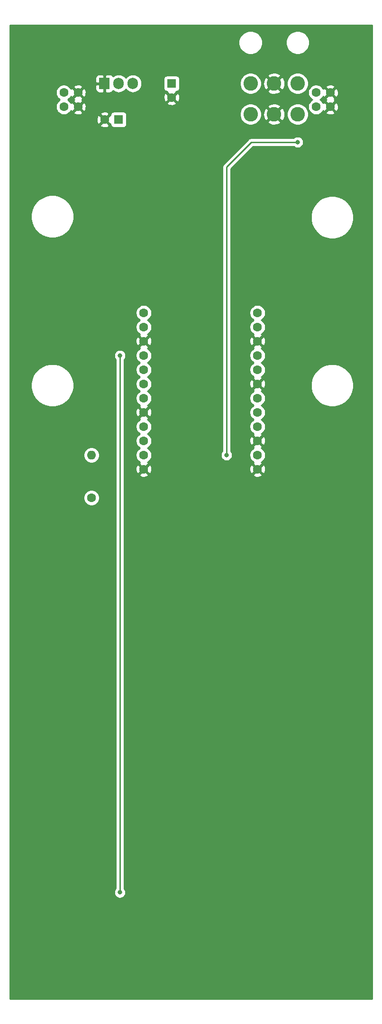
<source format=gbr>
%TF.GenerationSoftware,KiCad,Pcbnew,(5.1.6-0-10_14)*%
%TF.CreationDate,2020-06-11T07:37:50+09:00*%
%TF.ProjectId,QSPIRadiationBoard,51535049-5261-4646-9961-74696f6e426f,rev?*%
%TF.SameCoordinates,Original*%
%TF.FileFunction,Copper,L2,Bot*%
%TF.FilePolarity,Positive*%
%FSLAX46Y46*%
G04 Gerber Fmt 4.6, Leading zero omitted, Abs format (unit mm)*
G04 Created by KiCad (PCBNEW (5.1.6-0-10_14)) date 2020-06-11 07:37:50*
%MOMM*%
%LPD*%
G01*
G04 APERTURE LIST*
%TA.AperFunction,ComponentPad*%
%ADD10C,1.600000*%
%TD*%
%TA.AperFunction,ComponentPad*%
%ADD11O,1.905000X2.000000*%
%TD*%
%TA.AperFunction,ComponentPad*%
%ADD12R,1.905000X2.000000*%
%TD*%
%TA.AperFunction,ComponentPad*%
%ADD13R,1.600000X1.600000*%
%TD*%
%TA.AperFunction,ComponentPad*%
%ADD14C,2.600000*%
%TD*%
%TA.AperFunction,ComponentPad*%
%ADD15O,1.600000X1.600000*%
%TD*%
%TA.AperFunction,ViaPad*%
%ADD16C,0.800000*%
%TD*%
%TA.AperFunction,Conductor*%
%ADD17C,0.250000*%
%TD*%
%TA.AperFunction,Conductor*%
%ADD18C,0.254000*%
%TD*%
G04 APERTURE END LIST*
D10*
%TO.P,U1,5*%
%TO.N,Net-(C1-Pad1)*%
X150610000Y-26710000D03*
%TO.P,U1,8*%
%TO.N,Net-(C1-Pad2)*%
X153150000Y-29250000D03*
%TO.P,U1,6*%
%TO.N,Net-(C1-Pad1)*%
X150610000Y-29250000D03*
%TO.P,U1,7*%
%TO.N,Net-(C1-Pad2)*%
X153150000Y-26710000D03*
%TO.P,U1,4*%
X108090000Y-29250000D03*
%TO.P,U1,2*%
%TO.N,Net-(C1-Pad1)*%
X105550000Y-29250000D03*
%TO.P,U1,3*%
%TO.N,Net-(C1-Pad2)*%
X108090000Y-26710000D03*
%TO.P,U1,1*%
%TO.N,Net-(C1-Pad1)*%
X105550000Y-26710000D03*
%TD*%
D11*
%TO.P,U4,3*%
%TO.N,Net-(C2-Pad1)*%
X117880000Y-25090000D03*
%TO.P,U4,2*%
%TO.N,Net-(C1-Pad1)*%
X115340000Y-25090000D03*
D12*
%TO.P,U4,1*%
%TO.N,Net-(C1-Pad2)*%
X112800000Y-25090000D03*
%TD*%
D10*
%TO.P,C2,2*%
%TO.N,Net-(C1-Pad2)*%
X124810000Y-27580000D03*
D13*
%TO.P,C2,1*%
%TO.N,Net-(C2-Pad1)*%
X124810000Y-25080000D03*
%TD*%
D10*
%TO.P,C1,2*%
%TO.N,Net-(C1-Pad2)*%
X112840000Y-31520000D03*
D13*
%TO.P,C1,1*%
%TO.N,Net-(C1-Pad1)*%
X115340000Y-31520000D03*
%TD*%
D14*
%TO.P,J1,6*%
%TO.N,Net-(J1-Pad6)*%
X147320000Y-30580000D03*
%TO.P,J1,5*%
%TO.N,Net-(C1-Pad2)*%
X143120000Y-30580000D03*
%TO.P,J1,4*%
%TO.N,Net-(J1-Pad4)*%
X138920000Y-30580000D03*
%TO.P,J1,3*%
%TO.N,Net-(J1-Pad3)*%
X147320000Y-25080000D03*
%TO.P,J1,2*%
%TO.N,Net-(C1-Pad2)*%
X143120000Y-25080000D03*
%TO.P,J1,1*%
%TO.N,Net-(C2-Pad1)*%
X138920000Y-25080000D03*
%TD*%
D10*
%TO.P,U2,24*%
%TO.N,Net-(C1-Pad2)*%
X140160000Y-93970000D03*
%TO.P,U2,23*%
%TO.N,Net-(J1-Pad6)*%
X140160000Y-91430000D03*
%TO.P,U2,22*%
%TO.N,Net-(C1-Pad2)*%
X140160000Y-88890000D03*
%TO.P,U2,21*%
%TO.N,Net-(U2-Pad21)*%
X140160000Y-86350000D03*
%TO.P,U2,20*%
%TO.N,Net-(U2-Pad20)*%
X140160000Y-83810000D03*
%TO.P,U2,19*%
%TO.N,Net-(U2-Pad19)*%
X140160000Y-81270000D03*
%TO.P,U2,18*%
%TO.N,Net-(C1-Pad2)*%
X140160000Y-78730000D03*
%TO.P,U2,17*%
%TO.N,Net-(U2-Pad17)*%
X140160000Y-76190000D03*
%TO.P,U2,16*%
%TO.N,Net-(U2-Pad16)*%
X140160000Y-73650000D03*
%TO.P,U2,15*%
%TO.N,Net-(C1-Pad2)*%
X140160000Y-71110000D03*
%TO.P,U2,14*%
%TO.N,Net-(U2-Pad14)*%
X140160000Y-68570000D03*
%TO.P,U2,13*%
%TO.N,Net-(C1-Pad1)*%
X140160000Y-66030000D03*
%TO.P,U2,12*%
%TO.N,Net-(C1-Pad2)*%
X119840000Y-93970000D03*
%TO.P,U2,11*%
%TO.N,Net-(R1-Pad2)*%
X119840000Y-91430000D03*
%TO.P,U2,10*%
%TO.N,Net-(U2-Pad10)*%
X119840000Y-88890000D03*
%TO.P,U2,9*%
%TO.N,Net-(U2-Pad9)*%
X119840000Y-86350000D03*
%TO.P,U2,8*%
%TO.N,Net-(C1-Pad2)*%
X119840000Y-83810000D03*
%TO.P,U2,7*%
%TO.N,Net-(U2-Pad7)*%
X119840000Y-81270000D03*
%TO.P,U2,6*%
%TO.N,Net-(U2-Pad6)*%
X119840000Y-78730000D03*
%TO.P,U2,5*%
%TO.N,Net-(U2-Pad5)*%
X119840000Y-76190000D03*
%TO.P,U2,4*%
%TO.N,Net-(U2-Pad4)*%
X119840000Y-73650000D03*
%TO.P,U2,3*%
%TO.N,Net-(C1-Pad2)*%
X119840000Y-71110000D03*
%TO.P,U2,2*%
%TO.N,Net-(U2-Pad2)*%
X119840000Y-68570000D03*
%TO.P,U2,1*%
%TO.N,Net-(U2-Pad1)*%
X119840000Y-66030000D03*
%TD*%
D15*
%TO.P,R1,2*%
%TO.N,Net-(R1-Pad2)*%
X110490000Y-91440000D03*
D10*
%TO.P,R1,1*%
%TO.N,Net-(C1-Pad1)*%
X110490000Y-99060000D03*
%TD*%
D16*
%TO.N,Net-(U2-Pad4)*%
X115580006Y-73650000D03*
X115570000Y-169555018D03*
%TO.N,Net-(J1-Pad6)*%
X147320000Y-35560000D03*
X134620000Y-91440000D03*
%TO.N,Net-(C1-Pad2)*%
X131710000Y-183820000D03*
%TD*%
D17*
%TO.N,Net-(U2-Pad4)*%
X115580006Y-169545012D02*
X115570000Y-169555018D01*
X115580006Y-73650000D02*
X115580006Y-169545012D01*
%TO.N,Net-(J1-Pad6)*%
X147320000Y-35560000D02*
X139065000Y-35560000D01*
X134620000Y-40005000D02*
X134620000Y-91440000D01*
X139065000Y-35560000D02*
X134620000Y-40005000D01*
%TD*%
D18*
%TO.N,Net-(C1-Pad2)*%
G36*
X160630000Y-188570000D02*
G01*
X95910000Y-188570000D01*
X95910000Y-169453079D01*
X114535000Y-169453079D01*
X114535000Y-169656957D01*
X114574774Y-169856916D01*
X114652795Y-170045274D01*
X114766063Y-170214792D01*
X114910226Y-170358955D01*
X115079744Y-170472223D01*
X115268102Y-170550244D01*
X115468061Y-170590018D01*
X115671939Y-170590018D01*
X115871898Y-170550244D01*
X116060256Y-170472223D01*
X116229774Y-170358955D01*
X116373937Y-170214792D01*
X116487205Y-170045274D01*
X116565226Y-169856916D01*
X116605000Y-169656957D01*
X116605000Y-169453079D01*
X116565226Y-169253120D01*
X116487205Y-169064762D01*
X116373937Y-168895244D01*
X116340006Y-168861313D01*
X116340006Y-94962702D01*
X119026903Y-94962702D01*
X119098486Y-95206671D01*
X119353996Y-95327571D01*
X119628184Y-95396300D01*
X119910512Y-95410217D01*
X120190130Y-95368787D01*
X120456292Y-95273603D01*
X120581514Y-95206671D01*
X120653097Y-94962702D01*
X139346903Y-94962702D01*
X139418486Y-95206671D01*
X139673996Y-95327571D01*
X139948184Y-95396300D01*
X140230512Y-95410217D01*
X140510130Y-95368787D01*
X140776292Y-95273603D01*
X140901514Y-95206671D01*
X140973097Y-94962702D01*
X140160000Y-94149605D01*
X139346903Y-94962702D01*
X120653097Y-94962702D01*
X119840000Y-94149605D01*
X119026903Y-94962702D01*
X116340006Y-94962702D01*
X116340006Y-94040512D01*
X118399783Y-94040512D01*
X118441213Y-94320130D01*
X118536397Y-94586292D01*
X118603329Y-94711514D01*
X118847298Y-94783097D01*
X119660395Y-93970000D01*
X120019605Y-93970000D01*
X120832702Y-94783097D01*
X121076671Y-94711514D01*
X121197571Y-94456004D01*
X121266300Y-94181816D01*
X121273265Y-94040512D01*
X138719783Y-94040512D01*
X138761213Y-94320130D01*
X138856397Y-94586292D01*
X138923329Y-94711514D01*
X139167298Y-94783097D01*
X139980395Y-93970000D01*
X140339605Y-93970000D01*
X141152702Y-94783097D01*
X141396671Y-94711514D01*
X141517571Y-94456004D01*
X141586300Y-94181816D01*
X141600217Y-93899488D01*
X141558787Y-93619870D01*
X141463603Y-93353708D01*
X141396671Y-93228486D01*
X141152702Y-93156903D01*
X140339605Y-93970000D01*
X139980395Y-93970000D01*
X139167298Y-93156903D01*
X138923329Y-93228486D01*
X138802429Y-93483996D01*
X138733700Y-93758184D01*
X138719783Y-94040512D01*
X121273265Y-94040512D01*
X121280217Y-93899488D01*
X121238787Y-93619870D01*
X121143603Y-93353708D01*
X121076671Y-93228486D01*
X120832702Y-93156903D01*
X120019605Y-93970000D01*
X119660395Y-93970000D01*
X118847298Y-93156903D01*
X118603329Y-93228486D01*
X118482429Y-93483996D01*
X118413700Y-93758184D01*
X118399783Y-94040512D01*
X116340006Y-94040512D01*
X116340006Y-86208665D01*
X118405000Y-86208665D01*
X118405000Y-86491335D01*
X118460147Y-86768574D01*
X118568320Y-87029727D01*
X118725363Y-87264759D01*
X118925241Y-87464637D01*
X119157759Y-87620000D01*
X118925241Y-87775363D01*
X118725363Y-87975241D01*
X118568320Y-88210273D01*
X118460147Y-88471426D01*
X118405000Y-88748665D01*
X118405000Y-89031335D01*
X118460147Y-89308574D01*
X118568320Y-89569727D01*
X118725363Y-89804759D01*
X118925241Y-90004637D01*
X119157759Y-90160000D01*
X118925241Y-90315363D01*
X118725363Y-90515241D01*
X118568320Y-90750273D01*
X118460147Y-91011426D01*
X118405000Y-91288665D01*
X118405000Y-91571335D01*
X118460147Y-91848574D01*
X118568320Y-92109727D01*
X118725363Y-92344759D01*
X118925241Y-92544637D01*
X119159128Y-92700915D01*
X119098486Y-92733329D01*
X119026903Y-92977298D01*
X119840000Y-93790395D01*
X120653097Y-92977298D01*
X120581514Y-92733329D01*
X120517008Y-92702806D01*
X120519727Y-92701680D01*
X120754759Y-92544637D01*
X120954637Y-92344759D01*
X121111680Y-92109727D01*
X121219853Y-91848574D01*
X121275000Y-91571335D01*
X121275000Y-91338061D01*
X133585000Y-91338061D01*
X133585000Y-91541939D01*
X133624774Y-91741898D01*
X133702795Y-91930256D01*
X133816063Y-92099774D01*
X133960226Y-92243937D01*
X134129744Y-92357205D01*
X134318102Y-92435226D01*
X134518061Y-92475000D01*
X134721939Y-92475000D01*
X134921898Y-92435226D01*
X135110256Y-92357205D01*
X135279774Y-92243937D01*
X135423937Y-92099774D01*
X135537205Y-91930256D01*
X135615226Y-91741898D01*
X135655000Y-91541939D01*
X135655000Y-91338061D01*
X135645175Y-91288665D01*
X138725000Y-91288665D01*
X138725000Y-91571335D01*
X138780147Y-91848574D01*
X138888320Y-92109727D01*
X139045363Y-92344759D01*
X139245241Y-92544637D01*
X139479128Y-92700915D01*
X139418486Y-92733329D01*
X139346903Y-92977298D01*
X140160000Y-93790395D01*
X140973097Y-92977298D01*
X140901514Y-92733329D01*
X140837008Y-92702806D01*
X140839727Y-92701680D01*
X141074759Y-92544637D01*
X141274637Y-92344759D01*
X141431680Y-92109727D01*
X141539853Y-91848574D01*
X141595000Y-91571335D01*
X141595000Y-91288665D01*
X141539853Y-91011426D01*
X141431680Y-90750273D01*
X141274637Y-90515241D01*
X141074759Y-90315363D01*
X140840872Y-90159085D01*
X140901514Y-90126671D01*
X140973097Y-89882702D01*
X140160000Y-89069605D01*
X139346903Y-89882702D01*
X139418486Y-90126671D01*
X139482992Y-90157194D01*
X139480273Y-90158320D01*
X139245241Y-90315363D01*
X139045363Y-90515241D01*
X138888320Y-90750273D01*
X138780147Y-91011426D01*
X138725000Y-91288665D01*
X135645175Y-91288665D01*
X135615226Y-91138102D01*
X135537205Y-90949744D01*
X135423937Y-90780226D01*
X135380000Y-90736289D01*
X135380000Y-88960512D01*
X138719783Y-88960512D01*
X138761213Y-89240130D01*
X138856397Y-89506292D01*
X138923329Y-89631514D01*
X139167298Y-89703097D01*
X139980395Y-88890000D01*
X140339605Y-88890000D01*
X141152702Y-89703097D01*
X141396671Y-89631514D01*
X141517571Y-89376004D01*
X141586300Y-89101816D01*
X141600217Y-88819488D01*
X141558787Y-88539870D01*
X141463603Y-88273708D01*
X141396671Y-88148486D01*
X141152702Y-88076903D01*
X140339605Y-88890000D01*
X139980395Y-88890000D01*
X139167298Y-88076903D01*
X138923329Y-88148486D01*
X138802429Y-88403996D01*
X138733700Y-88678184D01*
X138719783Y-88960512D01*
X135380000Y-88960512D01*
X135380000Y-81128665D01*
X138725000Y-81128665D01*
X138725000Y-81411335D01*
X138780147Y-81688574D01*
X138888320Y-81949727D01*
X139045363Y-82184759D01*
X139245241Y-82384637D01*
X139477759Y-82540000D01*
X139245241Y-82695363D01*
X139045363Y-82895241D01*
X138888320Y-83130273D01*
X138780147Y-83391426D01*
X138725000Y-83668665D01*
X138725000Y-83951335D01*
X138780147Y-84228574D01*
X138888320Y-84489727D01*
X139045363Y-84724759D01*
X139245241Y-84924637D01*
X139477759Y-85080000D01*
X139245241Y-85235363D01*
X139045363Y-85435241D01*
X138888320Y-85670273D01*
X138780147Y-85931426D01*
X138725000Y-86208665D01*
X138725000Y-86491335D01*
X138780147Y-86768574D01*
X138888320Y-87029727D01*
X139045363Y-87264759D01*
X139245241Y-87464637D01*
X139479128Y-87620915D01*
X139418486Y-87653329D01*
X139346903Y-87897298D01*
X140160000Y-88710395D01*
X140973097Y-87897298D01*
X140901514Y-87653329D01*
X140837008Y-87622806D01*
X140839727Y-87621680D01*
X141074759Y-87464637D01*
X141274637Y-87264759D01*
X141431680Y-87029727D01*
X141539853Y-86768574D01*
X141595000Y-86491335D01*
X141595000Y-86208665D01*
X141539853Y-85931426D01*
X141431680Y-85670273D01*
X141274637Y-85435241D01*
X141074759Y-85235363D01*
X140842241Y-85080000D01*
X141074759Y-84924637D01*
X141274637Y-84724759D01*
X141431680Y-84489727D01*
X141539853Y-84228574D01*
X141595000Y-83951335D01*
X141595000Y-83668665D01*
X141539853Y-83391426D01*
X141431680Y-83130273D01*
X141274637Y-82895241D01*
X141074759Y-82695363D01*
X140842241Y-82540000D01*
X141074759Y-82384637D01*
X141274637Y-82184759D01*
X141431680Y-81949727D01*
X141539853Y-81688574D01*
X141595000Y-81411335D01*
X141595000Y-81128665D01*
X141539853Y-80851426D01*
X141431680Y-80590273D01*
X141274637Y-80355241D01*
X141074759Y-80155363D01*
X140840872Y-79999085D01*
X140901514Y-79966671D01*
X140973097Y-79722702D01*
X140160000Y-78909605D01*
X139346903Y-79722702D01*
X139418486Y-79966671D01*
X139482992Y-79997194D01*
X139480273Y-79998320D01*
X139245241Y-80155363D01*
X139045363Y-80355241D01*
X138888320Y-80590273D01*
X138780147Y-80851426D01*
X138725000Y-81128665D01*
X135380000Y-81128665D01*
X135380000Y-78800512D01*
X138719783Y-78800512D01*
X138761213Y-79080130D01*
X138856397Y-79346292D01*
X138923329Y-79471514D01*
X139167298Y-79543097D01*
X139980395Y-78730000D01*
X140339605Y-78730000D01*
X141152702Y-79543097D01*
X141396671Y-79471514D01*
X141517571Y-79216004D01*
X141586300Y-78941816D01*
X141600217Y-78659488D01*
X141594705Y-78622285D01*
X149665000Y-78622285D01*
X149665000Y-79377715D01*
X149812377Y-80118628D01*
X150101467Y-80816554D01*
X150521161Y-81444670D01*
X151055330Y-81978839D01*
X151683446Y-82398533D01*
X152381372Y-82687623D01*
X153122285Y-82835000D01*
X153877715Y-82835000D01*
X154618628Y-82687623D01*
X155316554Y-82398533D01*
X155944670Y-81978839D01*
X156478839Y-81444670D01*
X156898533Y-80816554D01*
X157187623Y-80118628D01*
X157335000Y-79377715D01*
X157335000Y-78622285D01*
X157187623Y-77881372D01*
X156898533Y-77183446D01*
X156478839Y-76555330D01*
X155944670Y-76021161D01*
X155316554Y-75601467D01*
X154618628Y-75312377D01*
X153877715Y-75165000D01*
X153122285Y-75165000D01*
X152381372Y-75312377D01*
X151683446Y-75601467D01*
X151055330Y-76021161D01*
X150521161Y-76555330D01*
X150101467Y-77183446D01*
X149812377Y-77881372D01*
X149665000Y-78622285D01*
X141594705Y-78622285D01*
X141558787Y-78379870D01*
X141463603Y-78113708D01*
X141396671Y-77988486D01*
X141152702Y-77916903D01*
X140339605Y-78730000D01*
X139980395Y-78730000D01*
X139167298Y-77916903D01*
X138923329Y-77988486D01*
X138802429Y-78243996D01*
X138733700Y-78518184D01*
X138719783Y-78800512D01*
X135380000Y-78800512D01*
X135380000Y-73508665D01*
X138725000Y-73508665D01*
X138725000Y-73791335D01*
X138780147Y-74068574D01*
X138888320Y-74329727D01*
X139045363Y-74564759D01*
X139245241Y-74764637D01*
X139477759Y-74920000D01*
X139245241Y-75075363D01*
X139045363Y-75275241D01*
X138888320Y-75510273D01*
X138780147Y-75771426D01*
X138725000Y-76048665D01*
X138725000Y-76331335D01*
X138780147Y-76608574D01*
X138888320Y-76869727D01*
X139045363Y-77104759D01*
X139245241Y-77304637D01*
X139479128Y-77460915D01*
X139418486Y-77493329D01*
X139346903Y-77737298D01*
X140160000Y-78550395D01*
X140973097Y-77737298D01*
X140901514Y-77493329D01*
X140837008Y-77462806D01*
X140839727Y-77461680D01*
X141074759Y-77304637D01*
X141274637Y-77104759D01*
X141431680Y-76869727D01*
X141539853Y-76608574D01*
X141595000Y-76331335D01*
X141595000Y-76048665D01*
X141539853Y-75771426D01*
X141431680Y-75510273D01*
X141274637Y-75275241D01*
X141074759Y-75075363D01*
X140842241Y-74920000D01*
X141074759Y-74764637D01*
X141274637Y-74564759D01*
X141431680Y-74329727D01*
X141539853Y-74068574D01*
X141595000Y-73791335D01*
X141595000Y-73508665D01*
X141539853Y-73231426D01*
X141431680Y-72970273D01*
X141274637Y-72735241D01*
X141074759Y-72535363D01*
X140840872Y-72379085D01*
X140901514Y-72346671D01*
X140973097Y-72102702D01*
X140160000Y-71289605D01*
X139346903Y-72102702D01*
X139418486Y-72346671D01*
X139482992Y-72377194D01*
X139480273Y-72378320D01*
X139245241Y-72535363D01*
X139045363Y-72735241D01*
X138888320Y-72970273D01*
X138780147Y-73231426D01*
X138725000Y-73508665D01*
X135380000Y-73508665D01*
X135380000Y-71180512D01*
X138719783Y-71180512D01*
X138761213Y-71460130D01*
X138856397Y-71726292D01*
X138923329Y-71851514D01*
X139167298Y-71923097D01*
X139980395Y-71110000D01*
X140339605Y-71110000D01*
X141152702Y-71923097D01*
X141396671Y-71851514D01*
X141517571Y-71596004D01*
X141586300Y-71321816D01*
X141600217Y-71039488D01*
X141558787Y-70759870D01*
X141463603Y-70493708D01*
X141396671Y-70368486D01*
X141152702Y-70296903D01*
X140339605Y-71110000D01*
X139980395Y-71110000D01*
X139167298Y-70296903D01*
X138923329Y-70368486D01*
X138802429Y-70623996D01*
X138733700Y-70898184D01*
X138719783Y-71180512D01*
X135380000Y-71180512D01*
X135380000Y-65888665D01*
X138725000Y-65888665D01*
X138725000Y-66171335D01*
X138780147Y-66448574D01*
X138888320Y-66709727D01*
X139045363Y-66944759D01*
X139245241Y-67144637D01*
X139477759Y-67300000D01*
X139245241Y-67455363D01*
X139045363Y-67655241D01*
X138888320Y-67890273D01*
X138780147Y-68151426D01*
X138725000Y-68428665D01*
X138725000Y-68711335D01*
X138780147Y-68988574D01*
X138888320Y-69249727D01*
X139045363Y-69484759D01*
X139245241Y-69684637D01*
X139479128Y-69840915D01*
X139418486Y-69873329D01*
X139346903Y-70117298D01*
X140160000Y-70930395D01*
X140973097Y-70117298D01*
X140901514Y-69873329D01*
X140837008Y-69842806D01*
X140839727Y-69841680D01*
X141074759Y-69684637D01*
X141274637Y-69484759D01*
X141431680Y-69249727D01*
X141539853Y-68988574D01*
X141595000Y-68711335D01*
X141595000Y-68428665D01*
X141539853Y-68151426D01*
X141431680Y-67890273D01*
X141274637Y-67655241D01*
X141074759Y-67455363D01*
X140842241Y-67300000D01*
X141074759Y-67144637D01*
X141274637Y-66944759D01*
X141431680Y-66709727D01*
X141539853Y-66448574D01*
X141595000Y-66171335D01*
X141595000Y-65888665D01*
X141539853Y-65611426D01*
X141431680Y-65350273D01*
X141274637Y-65115241D01*
X141074759Y-64915363D01*
X140839727Y-64758320D01*
X140578574Y-64650147D01*
X140301335Y-64595000D01*
X140018665Y-64595000D01*
X139741426Y-64650147D01*
X139480273Y-64758320D01*
X139245241Y-64915363D01*
X139045363Y-65115241D01*
X138888320Y-65350273D01*
X138780147Y-65611426D01*
X138725000Y-65888665D01*
X135380000Y-65888665D01*
X135380000Y-48622285D01*
X149665000Y-48622285D01*
X149665000Y-49377715D01*
X149812377Y-50118628D01*
X150101467Y-50816554D01*
X150521161Y-51444670D01*
X151055330Y-51978839D01*
X151683446Y-52398533D01*
X152381372Y-52687623D01*
X153122285Y-52835000D01*
X153877715Y-52835000D01*
X154618628Y-52687623D01*
X155316554Y-52398533D01*
X155944670Y-51978839D01*
X156478839Y-51444670D01*
X156898533Y-50816554D01*
X157187623Y-50118628D01*
X157335000Y-49377715D01*
X157335000Y-48622285D01*
X157187623Y-47881372D01*
X156898533Y-47183446D01*
X156478839Y-46555330D01*
X155944670Y-46021161D01*
X155316554Y-45601467D01*
X154618628Y-45312377D01*
X153877715Y-45165000D01*
X153122285Y-45165000D01*
X152381372Y-45312377D01*
X151683446Y-45601467D01*
X151055330Y-46021161D01*
X150521161Y-46555330D01*
X150101467Y-47183446D01*
X149812377Y-47881372D01*
X149665000Y-48622285D01*
X135380000Y-48622285D01*
X135380000Y-40319801D01*
X139379802Y-36320000D01*
X146616289Y-36320000D01*
X146660226Y-36363937D01*
X146829744Y-36477205D01*
X147018102Y-36555226D01*
X147218061Y-36595000D01*
X147421939Y-36595000D01*
X147621898Y-36555226D01*
X147810256Y-36477205D01*
X147979774Y-36363937D01*
X148123937Y-36219774D01*
X148237205Y-36050256D01*
X148315226Y-35861898D01*
X148355000Y-35661939D01*
X148355000Y-35458061D01*
X148315226Y-35258102D01*
X148237205Y-35069744D01*
X148123937Y-34900226D01*
X147979774Y-34756063D01*
X147810256Y-34642795D01*
X147621898Y-34564774D01*
X147421939Y-34525000D01*
X147218061Y-34525000D01*
X147018102Y-34564774D01*
X146829744Y-34642795D01*
X146660226Y-34756063D01*
X146616289Y-34800000D01*
X139102322Y-34800000D01*
X139064999Y-34796324D01*
X139027676Y-34800000D01*
X139027667Y-34800000D01*
X138916014Y-34810997D01*
X138772753Y-34854454D01*
X138640724Y-34925026D01*
X138524999Y-35019999D01*
X138501201Y-35048997D01*
X134109003Y-39441196D01*
X134079999Y-39464999D01*
X134024871Y-39532174D01*
X133985026Y-39580724D01*
X133914455Y-39712753D01*
X133914454Y-39712754D01*
X133870997Y-39856015D01*
X133860000Y-39967668D01*
X133860000Y-39967678D01*
X133856324Y-40005000D01*
X133860000Y-40042322D01*
X133860001Y-90736288D01*
X133816063Y-90780226D01*
X133702795Y-90949744D01*
X133624774Y-91138102D01*
X133585000Y-91338061D01*
X121275000Y-91338061D01*
X121275000Y-91288665D01*
X121219853Y-91011426D01*
X121111680Y-90750273D01*
X120954637Y-90515241D01*
X120754759Y-90315363D01*
X120522241Y-90160000D01*
X120754759Y-90004637D01*
X120954637Y-89804759D01*
X121111680Y-89569727D01*
X121219853Y-89308574D01*
X121275000Y-89031335D01*
X121275000Y-88748665D01*
X121219853Y-88471426D01*
X121111680Y-88210273D01*
X120954637Y-87975241D01*
X120754759Y-87775363D01*
X120522241Y-87620000D01*
X120754759Y-87464637D01*
X120954637Y-87264759D01*
X121111680Y-87029727D01*
X121219853Y-86768574D01*
X121275000Y-86491335D01*
X121275000Y-86208665D01*
X121219853Y-85931426D01*
X121111680Y-85670273D01*
X120954637Y-85435241D01*
X120754759Y-85235363D01*
X120520872Y-85079085D01*
X120581514Y-85046671D01*
X120653097Y-84802702D01*
X119840000Y-83989605D01*
X119026903Y-84802702D01*
X119098486Y-85046671D01*
X119162992Y-85077194D01*
X119160273Y-85078320D01*
X118925241Y-85235363D01*
X118725363Y-85435241D01*
X118568320Y-85670273D01*
X118460147Y-85931426D01*
X118405000Y-86208665D01*
X116340006Y-86208665D01*
X116340006Y-83880512D01*
X118399783Y-83880512D01*
X118441213Y-84160130D01*
X118536397Y-84426292D01*
X118603329Y-84551514D01*
X118847298Y-84623097D01*
X119660395Y-83810000D01*
X120019605Y-83810000D01*
X120832702Y-84623097D01*
X121076671Y-84551514D01*
X121197571Y-84296004D01*
X121266300Y-84021816D01*
X121280217Y-83739488D01*
X121238787Y-83459870D01*
X121143603Y-83193708D01*
X121076671Y-83068486D01*
X120832702Y-82996903D01*
X120019605Y-83810000D01*
X119660395Y-83810000D01*
X118847298Y-82996903D01*
X118603329Y-83068486D01*
X118482429Y-83323996D01*
X118413700Y-83598184D01*
X118399783Y-83880512D01*
X116340006Y-83880512D01*
X116340006Y-74353711D01*
X116383943Y-74309774D01*
X116497211Y-74140256D01*
X116575232Y-73951898D01*
X116615006Y-73751939D01*
X116615006Y-73548061D01*
X116607170Y-73508665D01*
X118405000Y-73508665D01*
X118405000Y-73791335D01*
X118460147Y-74068574D01*
X118568320Y-74329727D01*
X118725363Y-74564759D01*
X118925241Y-74764637D01*
X119157759Y-74920000D01*
X118925241Y-75075363D01*
X118725363Y-75275241D01*
X118568320Y-75510273D01*
X118460147Y-75771426D01*
X118405000Y-76048665D01*
X118405000Y-76331335D01*
X118460147Y-76608574D01*
X118568320Y-76869727D01*
X118725363Y-77104759D01*
X118925241Y-77304637D01*
X119157759Y-77460000D01*
X118925241Y-77615363D01*
X118725363Y-77815241D01*
X118568320Y-78050273D01*
X118460147Y-78311426D01*
X118405000Y-78588665D01*
X118405000Y-78871335D01*
X118460147Y-79148574D01*
X118568320Y-79409727D01*
X118725363Y-79644759D01*
X118925241Y-79844637D01*
X119157759Y-80000000D01*
X118925241Y-80155363D01*
X118725363Y-80355241D01*
X118568320Y-80590273D01*
X118460147Y-80851426D01*
X118405000Y-81128665D01*
X118405000Y-81411335D01*
X118460147Y-81688574D01*
X118568320Y-81949727D01*
X118725363Y-82184759D01*
X118925241Y-82384637D01*
X119159128Y-82540915D01*
X119098486Y-82573329D01*
X119026903Y-82817298D01*
X119840000Y-83630395D01*
X120653097Y-82817298D01*
X120581514Y-82573329D01*
X120517008Y-82542806D01*
X120519727Y-82541680D01*
X120754759Y-82384637D01*
X120954637Y-82184759D01*
X121111680Y-81949727D01*
X121219853Y-81688574D01*
X121275000Y-81411335D01*
X121275000Y-81128665D01*
X121219853Y-80851426D01*
X121111680Y-80590273D01*
X120954637Y-80355241D01*
X120754759Y-80155363D01*
X120522241Y-80000000D01*
X120754759Y-79844637D01*
X120954637Y-79644759D01*
X121111680Y-79409727D01*
X121219853Y-79148574D01*
X121275000Y-78871335D01*
X121275000Y-78588665D01*
X121219853Y-78311426D01*
X121111680Y-78050273D01*
X120954637Y-77815241D01*
X120754759Y-77615363D01*
X120522241Y-77460000D01*
X120754759Y-77304637D01*
X120954637Y-77104759D01*
X121111680Y-76869727D01*
X121219853Y-76608574D01*
X121275000Y-76331335D01*
X121275000Y-76048665D01*
X121219853Y-75771426D01*
X121111680Y-75510273D01*
X120954637Y-75275241D01*
X120754759Y-75075363D01*
X120522241Y-74920000D01*
X120754759Y-74764637D01*
X120954637Y-74564759D01*
X121111680Y-74329727D01*
X121219853Y-74068574D01*
X121275000Y-73791335D01*
X121275000Y-73508665D01*
X121219853Y-73231426D01*
X121111680Y-72970273D01*
X120954637Y-72735241D01*
X120754759Y-72535363D01*
X120520872Y-72379085D01*
X120581514Y-72346671D01*
X120653097Y-72102702D01*
X119840000Y-71289605D01*
X119026903Y-72102702D01*
X119098486Y-72346671D01*
X119162992Y-72377194D01*
X119160273Y-72378320D01*
X118925241Y-72535363D01*
X118725363Y-72735241D01*
X118568320Y-72970273D01*
X118460147Y-73231426D01*
X118405000Y-73508665D01*
X116607170Y-73508665D01*
X116575232Y-73348102D01*
X116497211Y-73159744D01*
X116383943Y-72990226D01*
X116239780Y-72846063D01*
X116070262Y-72732795D01*
X115881904Y-72654774D01*
X115681945Y-72615000D01*
X115478067Y-72615000D01*
X115278108Y-72654774D01*
X115089750Y-72732795D01*
X114920232Y-72846063D01*
X114776069Y-72990226D01*
X114662801Y-73159744D01*
X114584780Y-73348102D01*
X114545006Y-73548061D01*
X114545006Y-73751939D01*
X114584780Y-73951898D01*
X114662801Y-74140256D01*
X114776069Y-74309774D01*
X114820006Y-74353711D01*
X114820007Y-168841300D01*
X114766063Y-168895244D01*
X114652795Y-169064762D01*
X114574774Y-169253120D01*
X114535000Y-169453079D01*
X95910000Y-169453079D01*
X95910000Y-98918665D01*
X109055000Y-98918665D01*
X109055000Y-99201335D01*
X109110147Y-99478574D01*
X109218320Y-99739727D01*
X109375363Y-99974759D01*
X109575241Y-100174637D01*
X109810273Y-100331680D01*
X110071426Y-100439853D01*
X110348665Y-100495000D01*
X110631335Y-100495000D01*
X110908574Y-100439853D01*
X111169727Y-100331680D01*
X111404759Y-100174637D01*
X111604637Y-99974759D01*
X111761680Y-99739727D01*
X111869853Y-99478574D01*
X111925000Y-99201335D01*
X111925000Y-98918665D01*
X111869853Y-98641426D01*
X111761680Y-98380273D01*
X111604637Y-98145241D01*
X111404759Y-97945363D01*
X111169727Y-97788320D01*
X110908574Y-97680147D01*
X110631335Y-97625000D01*
X110348665Y-97625000D01*
X110071426Y-97680147D01*
X109810273Y-97788320D01*
X109575241Y-97945363D01*
X109375363Y-98145241D01*
X109218320Y-98380273D01*
X109110147Y-98641426D01*
X109055000Y-98918665D01*
X95910000Y-98918665D01*
X95910000Y-91298665D01*
X109055000Y-91298665D01*
X109055000Y-91581335D01*
X109110147Y-91858574D01*
X109218320Y-92119727D01*
X109375363Y-92354759D01*
X109575241Y-92554637D01*
X109810273Y-92711680D01*
X110071426Y-92819853D01*
X110348665Y-92875000D01*
X110631335Y-92875000D01*
X110908574Y-92819853D01*
X111169727Y-92711680D01*
X111404759Y-92554637D01*
X111604637Y-92354759D01*
X111761680Y-92119727D01*
X111869853Y-91858574D01*
X111925000Y-91581335D01*
X111925000Y-91298665D01*
X111869853Y-91021426D01*
X111761680Y-90760273D01*
X111604637Y-90525241D01*
X111404759Y-90325363D01*
X111169727Y-90168320D01*
X110908574Y-90060147D01*
X110631335Y-90005000D01*
X110348665Y-90005000D01*
X110071426Y-90060147D01*
X109810273Y-90168320D01*
X109575241Y-90325363D01*
X109375363Y-90525241D01*
X109218320Y-90760273D01*
X109110147Y-91021426D01*
X109055000Y-91298665D01*
X95910000Y-91298665D01*
X95910000Y-78622285D01*
X99665000Y-78622285D01*
X99665000Y-79377715D01*
X99812377Y-80118628D01*
X100101467Y-80816554D01*
X100521161Y-81444670D01*
X101055330Y-81978839D01*
X101683446Y-82398533D01*
X102381372Y-82687623D01*
X103122285Y-82835000D01*
X103877715Y-82835000D01*
X104618628Y-82687623D01*
X105316554Y-82398533D01*
X105944670Y-81978839D01*
X106478839Y-81444670D01*
X106898533Y-80816554D01*
X107187623Y-80118628D01*
X107335000Y-79377715D01*
X107335000Y-78622285D01*
X107187623Y-77881372D01*
X106898533Y-77183446D01*
X106478839Y-76555330D01*
X105944670Y-76021161D01*
X105316554Y-75601467D01*
X104618628Y-75312377D01*
X103877715Y-75165000D01*
X103122285Y-75165000D01*
X102381372Y-75312377D01*
X101683446Y-75601467D01*
X101055330Y-76021161D01*
X100521161Y-76555330D01*
X100101467Y-77183446D01*
X99812377Y-77881372D01*
X99665000Y-78622285D01*
X95910000Y-78622285D01*
X95910000Y-71180512D01*
X118399783Y-71180512D01*
X118441213Y-71460130D01*
X118536397Y-71726292D01*
X118603329Y-71851514D01*
X118847298Y-71923097D01*
X119660395Y-71110000D01*
X120019605Y-71110000D01*
X120832702Y-71923097D01*
X121076671Y-71851514D01*
X121197571Y-71596004D01*
X121266300Y-71321816D01*
X121280217Y-71039488D01*
X121238787Y-70759870D01*
X121143603Y-70493708D01*
X121076671Y-70368486D01*
X120832702Y-70296903D01*
X120019605Y-71110000D01*
X119660395Y-71110000D01*
X118847298Y-70296903D01*
X118603329Y-70368486D01*
X118482429Y-70623996D01*
X118413700Y-70898184D01*
X118399783Y-71180512D01*
X95910000Y-71180512D01*
X95910000Y-65888665D01*
X118405000Y-65888665D01*
X118405000Y-66171335D01*
X118460147Y-66448574D01*
X118568320Y-66709727D01*
X118725363Y-66944759D01*
X118925241Y-67144637D01*
X119157759Y-67300000D01*
X118925241Y-67455363D01*
X118725363Y-67655241D01*
X118568320Y-67890273D01*
X118460147Y-68151426D01*
X118405000Y-68428665D01*
X118405000Y-68711335D01*
X118460147Y-68988574D01*
X118568320Y-69249727D01*
X118725363Y-69484759D01*
X118925241Y-69684637D01*
X119159128Y-69840915D01*
X119098486Y-69873329D01*
X119026903Y-70117298D01*
X119840000Y-70930395D01*
X120653097Y-70117298D01*
X120581514Y-69873329D01*
X120517008Y-69842806D01*
X120519727Y-69841680D01*
X120754759Y-69684637D01*
X120954637Y-69484759D01*
X121111680Y-69249727D01*
X121219853Y-68988574D01*
X121275000Y-68711335D01*
X121275000Y-68428665D01*
X121219853Y-68151426D01*
X121111680Y-67890273D01*
X120954637Y-67655241D01*
X120754759Y-67455363D01*
X120522241Y-67300000D01*
X120754759Y-67144637D01*
X120954637Y-66944759D01*
X121111680Y-66709727D01*
X121219853Y-66448574D01*
X121275000Y-66171335D01*
X121275000Y-65888665D01*
X121219853Y-65611426D01*
X121111680Y-65350273D01*
X120954637Y-65115241D01*
X120754759Y-64915363D01*
X120519727Y-64758320D01*
X120258574Y-64650147D01*
X119981335Y-64595000D01*
X119698665Y-64595000D01*
X119421426Y-64650147D01*
X119160273Y-64758320D01*
X118925241Y-64915363D01*
X118725363Y-65115241D01*
X118568320Y-65350273D01*
X118460147Y-65611426D01*
X118405000Y-65888665D01*
X95910000Y-65888665D01*
X95910000Y-48457285D01*
X99665000Y-48457285D01*
X99665000Y-49212715D01*
X99812377Y-49953628D01*
X100101467Y-50651554D01*
X100521161Y-51279670D01*
X101055330Y-51813839D01*
X101683446Y-52233533D01*
X102381372Y-52522623D01*
X103122285Y-52670000D01*
X103877715Y-52670000D01*
X104618628Y-52522623D01*
X105316554Y-52233533D01*
X105944670Y-51813839D01*
X106478839Y-51279670D01*
X106898533Y-50651554D01*
X107187623Y-49953628D01*
X107335000Y-49212715D01*
X107335000Y-48457285D01*
X107187623Y-47716372D01*
X106898533Y-47018446D01*
X106478839Y-46390330D01*
X105944670Y-45856161D01*
X105316554Y-45436467D01*
X104618628Y-45147377D01*
X103877715Y-45000000D01*
X103122285Y-45000000D01*
X102381372Y-45147377D01*
X101683446Y-45436467D01*
X101055330Y-45856161D01*
X100521161Y-46390330D01*
X100101467Y-47018446D01*
X99812377Y-47716372D01*
X99665000Y-48457285D01*
X95910000Y-48457285D01*
X95910000Y-32512702D01*
X112026903Y-32512702D01*
X112098486Y-32756671D01*
X112353996Y-32877571D01*
X112628184Y-32946300D01*
X112910512Y-32960217D01*
X113190130Y-32918787D01*
X113456292Y-32823603D01*
X113581514Y-32756671D01*
X113653097Y-32512702D01*
X112840000Y-31699605D01*
X112026903Y-32512702D01*
X95910000Y-32512702D01*
X95910000Y-31590512D01*
X111399783Y-31590512D01*
X111441213Y-31870130D01*
X111536397Y-32136292D01*
X111603329Y-32261514D01*
X111847298Y-32333097D01*
X112660395Y-31520000D01*
X113019605Y-31520000D01*
X113832702Y-32333097D01*
X113901928Y-32312785D01*
X113901928Y-32320000D01*
X113914188Y-32444482D01*
X113950498Y-32564180D01*
X114009463Y-32674494D01*
X114088815Y-32771185D01*
X114185506Y-32850537D01*
X114295820Y-32909502D01*
X114415518Y-32945812D01*
X114540000Y-32958072D01*
X116140000Y-32958072D01*
X116264482Y-32945812D01*
X116384180Y-32909502D01*
X116494494Y-32850537D01*
X116591185Y-32771185D01*
X116670537Y-32674494D01*
X116729502Y-32564180D01*
X116765812Y-32444482D01*
X116778072Y-32320000D01*
X116778072Y-30720000D01*
X116765812Y-30595518D01*
X116729502Y-30475820D01*
X116683319Y-30389419D01*
X136985000Y-30389419D01*
X136985000Y-30770581D01*
X137059361Y-31144419D01*
X137205225Y-31496566D01*
X137416987Y-31813491D01*
X137686509Y-32083013D01*
X138003434Y-32294775D01*
X138355581Y-32440639D01*
X138729419Y-32515000D01*
X139110581Y-32515000D01*
X139484419Y-32440639D01*
X139836566Y-32294775D01*
X140153491Y-32083013D01*
X140307280Y-31929224D01*
X141950381Y-31929224D01*
X142082317Y-32224312D01*
X142423045Y-32395159D01*
X142790557Y-32496250D01*
X143170729Y-32523701D01*
X143548951Y-32476457D01*
X143910690Y-32356333D01*
X144157683Y-32224312D01*
X144289619Y-31929224D01*
X143120000Y-30759605D01*
X141950381Y-31929224D01*
X140307280Y-31929224D01*
X140423013Y-31813491D01*
X140634775Y-31496566D01*
X140780639Y-31144419D01*
X140855000Y-30770581D01*
X140855000Y-30630729D01*
X141176299Y-30630729D01*
X141223543Y-31008951D01*
X141343667Y-31370690D01*
X141475688Y-31617683D01*
X141770776Y-31749619D01*
X142940395Y-30580000D01*
X143299605Y-30580000D01*
X144469224Y-31749619D01*
X144764312Y-31617683D01*
X144935159Y-31276955D01*
X145036250Y-30909443D01*
X145063701Y-30529271D01*
X145046232Y-30389419D01*
X145385000Y-30389419D01*
X145385000Y-30770581D01*
X145459361Y-31144419D01*
X145605225Y-31496566D01*
X145816987Y-31813491D01*
X146086509Y-32083013D01*
X146403434Y-32294775D01*
X146755581Y-32440639D01*
X147129419Y-32515000D01*
X147510581Y-32515000D01*
X147884419Y-32440639D01*
X148236566Y-32294775D01*
X148553491Y-32083013D01*
X148823013Y-31813491D01*
X149034775Y-31496566D01*
X149180639Y-31144419D01*
X149255000Y-30770581D01*
X149255000Y-30389419D01*
X149180639Y-30015581D01*
X149034775Y-29663434D01*
X148823013Y-29346509D01*
X148553491Y-29076987D01*
X148236566Y-28865225D01*
X147884419Y-28719361D01*
X147510581Y-28645000D01*
X147129419Y-28645000D01*
X146755581Y-28719361D01*
X146403434Y-28865225D01*
X146086509Y-29076987D01*
X145816987Y-29346509D01*
X145605225Y-29663434D01*
X145459361Y-30015581D01*
X145385000Y-30389419D01*
X145046232Y-30389419D01*
X145016457Y-30151049D01*
X144896333Y-29789310D01*
X144764312Y-29542317D01*
X144469224Y-29410381D01*
X143299605Y-30580000D01*
X142940395Y-30580000D01*
X141770776Y-29410381D01*
X141475688Y-29542317D01*
X141304841Y-29883045D01*
X141203750Y-30250557D01*
X141176299Y-30630729D01*
X140855000Y-30630729D01*
X140855000Y-30389419D01*
X140780639Y-30015581D01*
X140634775Y-29663434D01*
X140423013Y-29346509D01*
X140307280Y-29230776D01*
X141950381Y-29230776D01*
X143120000Y-30400395D01*
X144289619Y-29230776D01*
X144157683Y-28935688D01*
X143816955Y-28764841D01*
X143449443Y-28663750D01*
X143069271Y-28636299D01*
X142691049Y-28683543D01*
X142329310Y-28803667D01*
X142082317Y-28935688D01*
X141950381Y-29230776D01*
X140307280Y-29230776D01*
X140153491Y-29076987D01*
X139836566Y-28865225D01*
X139484419Y-28719361D01*
X139110581Y-28645000D01*
X138729419Y-28645000D01*
X138355581Y-28719361D01*
X138003434Y-28865225D01*
X137686509Y-29076987D01*
X137416987Y-29346509D01*
X137205225Y-29663434D01*
X137059361Y-30015581D01*
X136985000Y-30389419D01*
X116683319Y-30389419D01*
X116670537Y-30365506D01*
X116591185Y-30268815D01*
X116494494Y-30189463D01*
X116384180Y-30130498D01*
X116264482Y-30094188D01*
X116140000Y-30081928D01*
X114540000Y-30081928D01*
X114415518Y-30094188D01*
X114295820Y-30130498D01*
X114185506Y-30189463D01*
X114088815Y-30268815D01*
X114009463Y-30365506D01*
X113950498Y-30475820D01*
X113914188Y-30595518D01*
X113901928Y-30720000D01*
X113901928Y-30727215D01*
X113832702Y-30706903D01*
X113019605Y-31520000D01*
X112660395Y-31520000D01*
X111847298Y-30706903D01*
X111603329Y-30778486D01*
X111482429Y-31033996D01*
X111413700Y-31308184D01*
X111399783Y-31590512D01*
X95910000Y-31590512D01*
X95910000Y-26568665D01*
X104115000Y-26568665D01*
X104115000Y-26851335D01*
X104170147Y-27128574D01*
X104278320Y-27389727D01*
X104435363Y-27624759D01*
X104635241Y-27824637D01*
X104867759Y-27980000D01*
X104635241Y-28135363D01*
X104435363Y-28335241D01*
X104278320Y-28570273D01*
X104170147Y-28831426D01*
X104115000Y-29108665D01*
X104115000Y-29391335D01*
X104170147Y-29668574D01*
X104278320Y-29929727D01*
X104435363Y-30164759D01*
X104635241Y-30364637D01*
X104870273Y-30521680D01*
X105131426Y-30629853D01*
X105408665Y-30685000D01*
X105691335Y-30685000D01*
X105968574Y-30629853D01*
X106229727Y-30521680D01*
X106464759Y-30364637D01*
X106586694Y-30242702D01*
X107276903Y-30242702D01*
X107348486Y-30486671D01*
X107603996Y-30607571D01*
X107878184Y-30676300D01*
X108160512Y-30690217D01*
X108440130Y-30648787D01*
X108706292Y-30553603D01*
X108755505Y-30527298D01*
X112026903Y-30527298D01*
X112840000Y-31340395D01*
X113653097Y-30527298D01*
X113581514Y-30283329D01*
X113326004Y-30162429D01*
X113051816Y-30093700D01*
X112769488Y-30079783D01*
X112489870Y-30121213D01*
X112223708Y-30216397D01*
X112098486Y-30283329D01*
X112026903Y-30527298D01*
X108755505Y-30527298D01*
X108831514Y-30486671D01*
X108903097Y-30242702D01*
X108090000Y-29429605D01*
X107276903Y-30242702D01*
X106586694Y-30242702D01*
X106664637Y-30164759D01*
X106820915Y-29930872D01*
X106853329Y-29991514D01*
X107097298Y-30063097D01*
X107910395Y-29250000D01*
X108269605Y-29250000D01*
X109082702Y-30063097D01*
X109326671Y-29991514D01*
X109447571Y-29736004D01*
X109516300Y-29461816D01*
X109530217Y-29179488D01*
X109488787Y-28899870D01*
X109393603Y-28633708D01*
X109360995Y-28572702D01*
X123996903Y-28572702D01*
X124068486Y-28816671D01*
X124323996Y-28937571D01*
X124598184Y-29006300D01*
X124880512Y-29020217D01*
X125160130Y-28978787D01*
X125426292Y-28883603D01*
X125551514Y-28816671D01*
X125623097Y-28572702D01*
X124810000Y-27759605D01*
X123996903Y-28572702D01*
X109360995Y-28572702D01*
X109326671Y-28508486D01*
X109082702Y-28436903D01*
X108269605Y-29250000D01*
X107910395Y-29250000D01*
X107097298Y-28436903D01*
X106853329Y-28508486D01*
X106822806Y-28572992D01*
X106821680Y-28570273D01*
X106664637Y-28335241D01*
X106464759Y-28135363D01*
X106232241Y-27980000D01*
X106464759Y-27824637D01*
X106586694Y-27702702D01*
X107276903Y-27702702D01*
X107348486Y-27946671D01*
X107414636Y-27977971D01*
X107348486Y-28013329D01*
X107276903Y-28257298D01*
X108090000Y-29070395D01*
X108903097Y-28257298D01*
X108831514Y-28013329D01*
X108765364Y-27982029D01*
X108831514Y-27946671D01*
X108903097Y-27702702D01*
X108850907Y-27650512D01*
X123369783Y-27650512D01*
X123411213Y-27930130D01*
X123506397Y-28196292D01*
X123573329Y-28321514D01*
X123817298Y-28393097D01*
X124630395Y-27580000D01*
X124989605Y-27580000D01*
X125802702Y-28393097D01*
X126046671Y-28321514D01*
X126167571Y-28066004D01*
X126236300Y-27791816D01*
X126250217Y-27509488D01*
X126208787Y-27229870D01*
X126113603Y-26963708D01*
X126046671Y-26838486D01*
X125802702Y-26766903D01*
X124989605Y-27580000D01*
X124630395Y-27580000D01*
X123817298Y-26766903D01*
X123573329Y-26838486D01*
X123452429Y-27093996D01*
X123383700Y-27368184D01*
X123369783Y-27650512D01*
X108850907Y-27650512D01*
X108090000Y-26889605D01*
X107276903Y-27702702D01*
X106586694Y-27702702D01*
X106664637Y-27624759D01*
X106820915Y-27390872D01*
X106853329Y-27451514D01*
X107097298Y-27523097D01*
X107910395Y-26710000D01*
X108269605Y-26710000D01*
X109082702Y-27523097D01*
X109326671Y-27451514D01*
X109447571Y-27196004D01*
X109516300Y-26921816D01*
X109530217Y-26639488D01*
X109488787Y-26359870D01*
X109393603Y-26093708D01*
X109391622Y-26090000D01*
X111209428Y-26090000D01*
X111221688Y-26214482D01*
X111257998Y-26334180D01*
X111316963Y-26444494D01*
X111396315Y-26541185D01*
X111493006Y-26620537D01*
X111603320Y-26679502D01*
X111723018Y-26715812D01*
X111847500Y-26728072D01*
X112514250Y-26725000D01*
X112673000Y-26566250D01*
X112673000Y-25217000D01*
X111371250Y-25217000D01*
X111212500Y-25375750D01*
X111209428Y-26090000D01*
X109391622Y-26090000D01*
X109326671Y-25968486D01*
X109082702Y-25896903D01*
X108269605Y-26710000D01*
X107910395Y-26710000D01*
X107097298Y-25896903D01*
X106853329Y-25968486D01*
X106822806Y-26032992D01*
X106821680Y-26030273D01*
X106664637Y-25795241D01*
X106586694Y-25717298D01*
X107276903Y-25717298D01*
X108090000Y-26530395D01*
X108903097Y-25717298D01*
X108831514Y-25473329D01*
X108576004Y-25352429D01*
X108301816Y-25283700D01*
X108019488Y-25269783D01*
X107739870Y-25311213D01*
X107473708Y-25406397D01*
X107348486Y-25473329D01*
X107276903Y-25717298D01*
X106586694Y-25717298D01*
X106464759Y-25595363D01*
X106229727Y-25438320D01*
X105968574Y-25330147D01*
X105691335Y-25275000D01*
X105408665Y-25275000D01*
X105131426Y-25330147D01*
X104870273Y-25438320D01*
X104635241Y-25595363D01*
X104435363Y-25795241D01*
X104278320Y-26030273D01*
X104170147Y-26291426D01*
X104115000Y-26568665D01*
X95910000Y-26568665D01*
X95910000Y-24090000D01*
X111209428Y-24090000D01*
X111212500Y-24804250D01*
X111371250Y-24963000D01*
X112673000Y-24963000D01*
X112673000Y-23613750D01*
X112927000Y-23613750D01*
X112927000Y-24963000D01*
X112947000Y-24963000D01*
X112947000Y-25217000D01*
X112927000Y-25217000D01*
X112927000Y-26566250D01*
X113085750Y-26725000D01*
X113752500Y-26728072D01*
X113876982Y-26715812D01*
X113996680Y-26679502D01*
X114106994Y-26620537D01*
X114203685Y-26541185D01*
X114283037Y-26444494D01*
X114327905Y-26360553D01*
X114453766Y-26463845D01*
X114729552Y-26611255D01*
X115028797Y-26702030D01*
X115340000Y-26732681D01*
X115651204Y-26702030D01*
X115950449Y-26611255D01*
X116226235Y-26463845D01*
X116467963Y-26265463D01*
X116610000Y-26092391D01*
X116752037Y-26265463D01*
X116993766Y-26463845D01*
X117269552Y-26611255D01*
X117568797Y-26702030D01*
X117880000Y-26732681D01*
X118191204Y-26702030D01*
X118490449Y-26611255D01*
X118766235Y-26463845D01*
X119007963Y-26265463D01*
X119206345Y-26023734D01*
X119353755Y-25747948D01*
X119444530Y-25448703D01*
X119467500Y-25215485D01*
X119467500Y-24964514D01*
X119444530Y-24731296D01*
X119353755Y-24432051D01*
X119272483Y-24280000D01*
X123371928Y-24280000D01*
X123371928Y-25880000D01*
X123384188Y-26004482D01*
X123420498Y-26124180D01*
X123479463Y-26234494D01*
X123558815Y-26331185D01*
X123655506Y-26410537D01*
X123765820Y-26469502D01*
X123885518Y-26505812D01*
X124010000Y-26518072D01*
X124017215Y-26518072D01*
X123996903Y-26587298D01*
X124810000Y-27400395D01*
X125623097Y-26587298D01*
X125602785Y-26518072D01*
X125610000Y-26518072D01*
X125734482Y-26505812D01*
X125854180Y-26469502D01*
X125964494Y-26410537D01*
X126061185Y-26331185D01*
X126140537Y-26234494D01*
X126199502Y-26124180D01*
X126235812Y-26004482D01*
X126248072Y-25880000D01*
X126248072Y-24889419D01*
X136985000Y-24889419D01*
X136985000Y-25270581D01*
X137059361Y-25644419D01*
X137205225Y-25996566D01*
X137416987Y-26313491D01*
X137686509Y-26583013D01*
X138003434Y-26794775D01*
X138355581Y-26940639D01*
X138729419Y-27015000D01*
X139110581Y-27015000D01*
X139484419Y-26940639D01*
X139836566Y-26794775D01*
X140153491Y-26583013D01*
X140307280Y-26429224D01*
X141950381Y-26429224D01*
X142082317Y-26724312D01*
X142423045Y-26895159D01*
X142790557Y-26996250D01*
X143170729Y-27023701D01*
X143548951Y-26976457D01*
X143910690Y-26856333D01*
X144157683Y-26724312D01*
X144289619Y-26429224D01*
X143120000Y-25259605D01*
X141950381Y-26429224D01*
X140307280Y-26429224D01*
X140423013Y-26313491D01*
X140634775Y-25996566D01*
X140780639Y-25644419D01*
X140855000Y-25270581D01*
X140855000Y-25130729D01*
X141176299Y-25130729D01*
X141223543Y-25508951D01*
X141343667Y-25870690D01*
X141475688Y-26117683D01*
X141770776Y-26249619D01*
X142940395Y-25080000D01*
X143299605Y-25080000D01*
X144469224Y-26249619D01*
X144764312Y-26117683D01*
X144935159Y-25776955D01*
X145036250Y-25409443D01*
X145063701Y-25029271D01*
X145046232Y-24889419D01*
X145385000Y-24889419D01*
X145385000Y-25270581D01*
X145459361Y-25644419D01*
X145605225Y-25996566D01*
X145816987Y-26313491D01*
X146086509Y-26583013D01*
X146403434Y-26794775D01*
X146755581Y-26940639D01*
X147129419Y-27015000D01*
X147510581Y-27015000D01*
X147884419Y-26940639D01*
X148236566Y-26794775D01*
X148553491Y-26583013D01*
X148567839Y-26568665D01*
X149175000Y-26568665D01*
X149175000Y-26851335D01*
X149230147Y-27128574D01*
X149338320Y-27389727D01*
X149495363Y-27624759D01*
X149695241Y-27824637D01*
X149927759Y-27980000D01*
X149695241Y-28135363D01*
X149495363Y-28335241D01*
X149338320Y-28570273D01*
X149230147Y-28831426D01*
X149175000Y-29108665D01*
X149175000Y-29391335D01*
X149230147Y-29668574D01*
X149338320Y-29929727D01*
X149495363Y-30164759D01*
X149695241Y-30364637D01*
X149930273Y-30521680D01*
X150191426Y-30629853D01*
X150468665Y-30685000D01*
X150751335Y-30685000D01*
X151028574Y-30629853D01*
X151289727Y-30521680D01*
X151524759Y-30364637D01*
X151646694Y-30242702D01*
X152336903Y-30242702D01*
X152408486Y-30486671D01*
X152663996Y-30607571D01*
X152938184Y-30676300D01*
X153220512Y-30690217D01*
X153500130Y-30648787D01*
X153766292Y-30553603D01*
X153891514Y-30486671D01*
X153963097Y-30242702D01*
X153150000Y-29429605D01*
X152336903Y-30242702D01*
X151646694Y-30242702D01*
X151724637Y-30164759D01*
X151880915Y-29930872D01*
X151913329Y-29991514D01*
X152157298Y-30063097D01*
X152970395Y-29250000D01*
X153329605Y-29250000D01*
X154142702Y-30063097D01*
X154386671Y-29991514D01*
X154507571Y-29736004D01*
X154576300Y-29461816D01*
X154590217Y-29179488D01*
X154548787Y-28899870D01*
X154453603Y-28633708D01*
X154386671Y-28508486D01*
X154142702Y-28436903D01*
X153329605Y-29250000D01*
X152970395Y-29250000D01*
X152157298Y-28436903D01*
X151913329Y-28508486D01*
X151882806Y-28572992D01*
X151881680Y-28570273D01*
X151724637Y-28335241D01*
X151524759Y-28135363D01*
X151292241Y-27980000D01*
X151524759Y-27824637D01*
X151646694Y-27702702D01*
X152336903Y-27702702D01*
X152408486Y-27946671D01*
X152474636Y-27977971D01*
X152408486Y-28013329D01*
X152336903Y-28257298D01*
X153150000Y-29070395D01*
X153963097Y-28257298D01*
X153891514Y-28013329D01*
X153825364Y-27982029D01*
X153891514Y-27946671D01*
X153963097Y-27702702D01*
X153150000Y-26889605D01*
X152336903Y-27702702D01*
X151646694Y-27702702D01*
X151724637Y-27624759D01*
X151880915Y-27390872D01*
X151913329Y-27451514D01*
X152157298Y-27523097D01*
X152970395Y-26710000D01*
X153329605Y-26710000D01*
X154142702Y-27523097D01*
X154386671Y-27451514D01*
X154507571Y-27196004D01*
X154576300Y-26921816D01*
X154590217Y-26639488D01*
X154548787Y-26359870D01*
X154453603Y-26093708D01*
X154386671Y-25968486D01*
X154142702Y-25896903D01*
X153329605Y-26710000D01*
X152970395Y-26710000D01*
X152157298Y-25896903D01*
X151913329Y-25968486D01*
X151882806Y-26032992D01*
X151881680Y-26030273D01*
X151724637Y-25795241D01*
X151646694Y-25717298D01*
X152336903Y-25717298D01*
X153150000Y-26530395D01*
X153963097Y-25717298D01*
X153891514Y-25473329D01*
X153636004Y-25352429D01*
X153361816Y-25283700D01*
X153079488Y-25269783D01*
X152799870Y-25311213D01*
X152533708Y-25406397D01*
X152408486Y-25473329D01*
X152336903Y-25717298D01*
X151646694Y-25717298D01*
X151524759Y-25595363D01*
X151289727Y-25438320D01*
X151028574Y-25330147D01*
X150751335Y-25275000D01*
X150468665Y-25275000D01*
X150191426Y-25330147D01*
X149930273Y-25438320D01*
X149695241Y-25595363D01*
X149495363Y-25795241D01*
X149338320Y-26030273D01*
X149230147Y-26291426D01*
X149175000Y-26568665D01*
X148567839Y-26568665D01*
X148823013Y-26313491D01*
X149034775Y-25996566D01*
X149180639Y-25644419D01*
X149255000Y-25270581D01*
X149255000Y-24889419D01*
X149180639Y-24515581D01*
X149034775Y-24163434D01*
X148823013Y-23846509D01*
X148553491Y-23576987D01*
X148236566Y-23365225D01*
X147884419Y-23219361D01*
X147510581Y-23145000D01*
X147129419Y-23145000D01*
X146755581Y-23219361D01*
X146403434Y-23365225D01*
X146086509Y-23576987D01*
X145816987Y-23846509D01*
X145605225Y-24163434D01*
X145459361Y-24515581D01*
X145385000Y-24889419D01*
X145046232Y-24889419D01*
X145016457Y-24651049D01*
X144896333Y-24289310D01*
X144764312Y-24042317D01*
X144469224Y-23910381D01*
X143299605Y-25080000D01*
X142940395Y-25080000D01*
X141770776Y-23910381D01*
X141475688Y-24042317D01*
X141304841Y-24383045D01*
X141203750Y-24750557D01*
X141176299Y-25130729D01*
X140855000Y-25130729D01*
X140855000Y-24889419D01*
X140780639Y-24515581D01*
X140634775Y-24163434D01*
X140423013Y-23846509D01*
X140307280Y-23730776D01*
X141950381Y-23730776D01*
X143120000Y-24900395D01*
X144289619Y-23730776D01*
X144157683Y-23435688D01*
X143816955Y-23264841D01*
X143449443Y-23163750D01*
X143069271Y-23136299D01*
X142691049Y-23183543D01*
X142329310Y-23303667D01*
X142082317Y-23435688D01*
X141950381Y-23730776D01*
X140307280Y-23730776D01*
X140153491Y-23576987D01*
X139836566Y-23365225D01*
X139484419Y-23219361D01*
X139110581Y-23145000D01*
X138729419Y-23145000D01*
X138355581Y-23219361D01*
X138003434Y-23365225D01*
X137686509Y-23576987D01*
X137416987Y-23846509D01*
X137205225Y-24163434D01*
X137059361Y-24515581D01*
X136985000Y-24889419D01*
X126248072Y-24889419D01*
X126248072Y-24280000D01*
X126235812Y-24155518D01*
X126199502Y-24035820D01*
X126140537Y-23925506D01*
X126061185Y-23828815D01*
X125964494Y-23749463D01*
X125854180Y-23690498D01*
X125734482Y-23654188D01*
X125610000Y-23641928D01*
X124010000Y-23641928D01*
X123885518Y-23654188D01*
X123765820Y-23690498D01*
X123655506Y-23749463D01*
X123558815Y-23828815D01*
X123479463Y-23925506D01*
X123420498Y-24035820D01*
X123384188Y-24155518D01*
X123371928Y-24280000D01*
X119272483Y-24280000D01*
X119206345Y-24156265D01*
X119007963Y-23914537D01*
X118766234Y-23716155D01*
X118490448Y-23568745D01*
X118191203Y-23477970D01*
X117880000Y-23447319D01*
X117568796Y-23477970D01*
X117269551Y-23568745D01*
X116993765Y-23716155D01*
X116752037Y-23914537D01*
X116610000Y-24087609D01*
X116467963Y-23914537D01*
X116226234Y-23716155D01*
X115950448Y-23568745D01*
X115651203Y-23477970D01*
X115340000Y-23447319D01*
X115028796Y-23477970D01*
X114729551Y-23568745D01*
X114453765Y-23716155D01*
X114327905Y-23819446D01*
X114283037Y-23735506D01*
X114203685Y-23638815D01*
X114106994Y-23559463D01*
X113996680Y-23500498D01*
X113876982Y-23464188D01*
X113752500Y-23451928D01*
X113085750Y-23455000D01*
X112927000Y-23613750D01*
X112673000Y-23613750D01*
X112514250Y-23455000D01*
X111847500Y-23451928D01*
X111723018Y-23464188D01*
X111603320Y-23500498D01*
X111493006Y-23559463D01*
X111396315Y-23638815D01*
X111316963Y-23735506D01*
X111257998Y-23845820D01*
X111221688Y-23965518D01*
X111209428Y-24090000D01*
X95910000Y-24090000D01*
X95910000Y-17569721D01*
X136785000Y-17569721D01*
X136785000Y-17990279D01*
X136867047Y-18402756D01*
X137027988Y-18791302D01*
X137261637Y-19140983D01*
X137559017Y-19438363D01*
X137908698Y-19672012D01*
X138297244Y-19832953D01*
X138709721Y-19915000D01*
X139130279Y-19915000D01*
X139542756Y-19832953D01*
X139931302Y-19672012D01*
X140280983Y-19438363D01*
X140578363Y-19140983D01*
X140812012Y-18791302D01*
X140972953Y-18402756D01*
X141055000Y-17990279D01*
X141055000Y-17569721D01*
X145185000Y-17569721D01*
X145185000Y-17990279D01*
X145267047Y-18402756D01*
X145427988Y-18791302D01*
X145661637Y-19140983D01*
X145959017Y-19438363D01*
X146308698Y-19672012D01*
X146697244Y-19832953D01*
X147109721Y-19915000D01*
X147530279Y-19915000D01*
X147942756Y-19832953D01*
X148331302Y-19672012D01*
X148680983Y-19438363D01*
X148978363Y-19140983D01*
X149212012Y-18791302D01*
X149372953Y-18402756D01*
X149455000Y-17990279D01*
X149455000Y-17569721D01*
X149372953Y-17157244D01*
X149212012Y-16768698D01*
X148978363Y-16419017D01*
X148680983Y-16121637D01*
X148331302Y-15887988D01*
X147942756Y-15727047D01*
X147530279Y-15645000D01*
X147109721Y-15645000D01*
X146697244Y-15727047D01*
X146308698Y-15887988D01*
X145959017Y-16121637D01*
X145661637Y-16419017D01*
X145427988Y-16768698D01*
X145267047Y-17157244D01*
X145185000Y-17569721D01*
X141055000Y-17569721D01*
X140972953Y-17157244D01*
X140812012Y-16768698D01*
X140578363Y-16419017D01*
X140280983Y-16121637D01*
X139931302Y-15887988D01*
X139542756Y-15727047D01*
X139130279Y-15645000D01*
X138709721Y-15645000D01*
X138297244Y-15727047D01*
X137908698Y-15887988D01*
X137559017Y-16121637D01*
X137261637Y-16419017D01*
X137027988Y-16768698D01*
X136867047Y-17157244D01*
X136785000Y-17569721D01*
X95910000Y-17569721D01*
X95910000Y-14630000D01*
X160630001Y-14630000D01*
X160630000Y-188570000D01*
G37*
X160630000Y-188570000D02*
X95910000Y-188570000D01*
X95910000Y-169453079D01*
X114535000Y-169453079D01*
X114535000Y-169656957D01*
X114574774Y-169856916D01*
X114652795Y-170045274D01*
X114766063Y-170214792D01*
X114910226Y-170358955D01*
X115079744Y-170472223D01*
X115268102Y-170550244D01*
X115468061Y-170590018D01*
X115671939Y-170590018D01*
X115871898Y-170550244D01*
X116060256Y-170472223D01*
X116229774Y-170358955D01*
X116373937Y-170214792D01*
X116487205Y-170045274D01*
X116565226Y-169856916D01*
X116605000Y-169656957D01*
X116605000Y-169453079D01*
X116565226Y-169253120D01*
X116487205Y-169064762D01*
X116373937Y-168895244D01*
X116340006Y-168861313D01*
X116340006Y-94962702D01*
X119026903Y-94962702D01*
X119098486Y-95206671D01*
X119353996Y-95327571D01*
X119628184Y-95396300D01*
X119910512Y-95410217D01*
X120190130Y-95368787D01*
X120456292Y-95273603D01*
X120581514Y-95206671D01*
X120653097Y-94962702D01*
X139346903Y-94962702D01*
X139418486Y-95206671D01*
X139673996Y-95327571D01*
X139948184Y-95396300D01*
X140230512Y-95410217D01*
X140510130Y-95368787D01*
X140776292Y-95273603D01*
X140901514Y-95206671D01*
X140973097Y-94962702D01*
X140160000Y-94149605D01*
X139346903Y-94962702D01*
X120653097Y-94962702D01*
X119840000Y-94149605D01*
X119026903Y-94962702D01*
X116340006Y-94962702D01*
X116340006Y-94040512D01*
X118399783Y-94040512D01*
X118441213Y-94320130D01*
X118536397Y-94586292D01*
X118603329Y-94711514D01*
X118847298Y-94783097D01*
X119660395Y-93970000D01*
X120019605Y-93970000D01*
X120832702Y-94783097D01*
X121076671Y-94711514D01*
X121197571Y-94456004D01*
X121266300Y-94181816D01*
X121273265Y-94040512D01*
X138719783Y-94040512D01*
X138761213Y-94320130D01*
X138856397Y-94586292D01*
X138923329Y-94711514D01*
X139167298Y-94783097D01*
X139980395Y-93970000D01*
X140339605Y-93970000D01*
X141152702Y-94783097D01*
X141396671Y-94711514D01*
X141517571Y-94456004D01*
X141586300Y-94181816D01*
X141600217Y-93899488D01*
X141558787Y-93619870D01*
X141463603Y-93353708D01*
X141396671Y-93228486D01*
X141152702Y-93156903D01*
X140339605Y-93970000D01*
X139980395Y-93970000D01*
X139167298Y-93156903D01*
X138923329Y-93228486D01*
X138802429Y-93483996D01*
X138733700Y-93758184D01*
X138719783Y-94040512D01*
X121273265Y-94040512D01*
X121280217Y-93899488D01*
X121238787Y-93619870D01*
X121143603Y-93353708D01*
X121076671Y-93228486D01*
X120832702Y-93156903D01*
X120019605Y-93970000D01*
X119660395Y-93970000D01*
X118847298Y-93156903D01*
X118603329Y-93228486D01*
X118482429Y-93483996D01*
X118413700Y-93758184D01*
X118399783Y-94040512D01*
X116340006Y-94040512D01*
X116340006Y-86208665D01*
X118405000Y-86208665D01*
X118405000Y-86491335D01*
X118460147Y-86768574D01*
X118568320Y-87029727D01*
X118725363Y-87264759D01*
X118925241Y-87464637D01*
X119157759Y-87620000D01*
X118925241Y-87775363D01*
X118725363Y-87975241D01*
X118568320Y-88210273D01*
X118460147Y-88471426D01*
X118405000Y-88748665D01*
X118405000Y-89031335D01*
X118460147Y-89308574D01*
X118568320Y-89569727D01*
X118725363Y-89804759D01*
X118925241Y-90004637D01*
X119157759Y-90160000D01*
X118925241Y-90315363D01*
X118725363Y-90515241D01*
X118568320Y-90750273D01*
X118460147Y-91011426D01*
X118405000Y-91288665D01*
X118405000Y-91571335D01*
X118460147Y-91848574D01*
X118568320Y-92109727D01*
X118725363Y-92344759D01*
X118925241Y-92544637D01*
X119159128Y-92700915D01*
X119098486Y-92733329D01*
X119026903Y-92977298D01*
X119840000Y-93790395D01*
X120653097Y-92977298D01*
X120581514Y-92733329D01*
X120517008Y-92702806D01*
X120519727Y-92701680D01*
X120754759Y-92544637D01*
X120954637Y-92344759D01*
X121111680Y-92109727D01*
X121219853Y-91848574D01*
X121275000Y-91571335D01*
X121275000Y-91338061D01*
X133585000Y-91338061D01*
X133585000Y-91541939D01*
X133624774Y-91741898D01*
X133702795Y-91930256D01*
X133816063Y-92099774D01*
X133960226Y-92243937D01*
X134129744Y-92357205D01*
X134318102Y-92435226D01*
X134518061Y-92475000D01*
X134721939Y-92475000D01*
X134921898Y-92435226D01*
X135110256Y-92357205D01*
X135279774Y-92243937D01*
X135423937Y-92099774D01*
X135537205Y-91930256D01*
X135615226Y-91741898D01*
X135655000Y-91541939D01*
X135655000Y-91338061D01*
X135645175Y-91288665D01*
X138725000Y-91288665D01*
X138725000Y-91571335D01*
X138780147Y-91848574D01*
X138888320Y-92109727D01*
X139045363Y-92344759D01*
X139245241Y-92544637D01*
X139479128Y-92700915D01*
X139418486Y-92733329D01*
X139346903Y-92977298D01*
X140160000Y-93790395D01*
X140973097Y-92977298D01*
X140901514Y-92733329D01*
X140837008Y-92702806D01*
X140839727Y-92701680D01*
X141074759Y-92544637D01*
X141274637Y-92344759D01*
X141431680Y-92109727D01*
X141539853Y-91848574D01*
X141595000Y-91571335D01*
X141595000Y-91288665D01*
X141539853Y-91011426D01*
X141431680Y-90750273D01*
X141274637Y-90515241D01*
X141074759Y-90315363D01*
X140840872Y-90159085D01*
X140901514Y-90126671D01*
X140973097Y-89882702D01*
X140160000Y-89069605D01*
X139346903Y-89882702D01*
X139418486Y-90126671D01*
X139482992Y-90157194D01*
X139480273Y-90158320D01*
X139245241Y-90315363D01*
X139045363Y-90515241D01*
X138888320Y-90750273D01*
X138780147Y-91011426D01*
X138725000Y-91288665D01*
X135645175Y-91288665D01*
X135615226Y-91138102D01*
X135537205Y-90949744D01*
X135423937Y-90780226D01*
X135380000Y-90736289D01*
X135380000Y-88960512D01*
X138719783Y-88960512D01*
X138761213Y-89240130D01*
X138856397Y-89506292D01*
X138923329Y-89631514D01*
X139167298Y-89703097D01*
X139980395Y-88890000D01*
X140339605Y-88890000D01*
X141152702Y-89703097D01*
X141396671Y-89631514D01*
X141517571Y-89376004D01*
X141586300Y-89101816D01*
X141600217Y-88819488D01*
X141558787Y-88539870D01*
X141463603Y-88273708D01*
X141396671Y-88148486D01*
X141152702Y-88076903D01*
X140339605Y-88890000D01*
X139980395Y-88890000D01*
X139167298Y-88076903D01*
X138923329Y-88148486D01*
X138802429Y-88403996D01*
X138733700Y-88678184D01*
X138719783Y-88960512D01*
X135380000Y-88960512D01*
X135380000Y-81128665D01*
X138725000Y-81128665D01*
X138725000Y-81411335D01*
X138780147Y-81688574D01*
X138888320Y-81949727D01*
X139045363Y-82184759D01*
X139245241Y-82384637D01*
X139477759Y-82540000D01*
X139245241Y-82695363D01*
X139045363Y-82895241D01*
X138888320Y-83130273D01*
X138780147Y-83391426D01*
X138725000Y-83668665D01*
X138725000Y-83951335D01*
X138780147Y-84228574D01*
X138888320Y-84489727D01*
X139045363Y-84724759D01*
X139245241Y-84924637D01*
X139477759Y-85080000D01*
X139245241Y-85235363D01*
X139045363Y-85435241D01*
X138888320Y-85670273D01*
X138780147Y-85931426D01*
X138725000Y-86208665D01*
X138725000Y-86491335D01*
X138780147Y-86768574D01*
X138888320Y-87029727D01*
X139045363Y-87264759D01*
X139245241Y-87464637D01*
X139479128Y-87620915D01*
X139418486Y-87653329D01*
X139346903Y-87897298D01*
X140160000Y-88710395D01*
X140973097Y-87897298D01*
X140901514Y-87653329D01*
X140837008Y-87622806D01*
X140839727Y-87621680D01*
X141074759Y-87464637D01*
X141274637Y-87264759D01*
X141431680Y-87029727D01*
X141539853Y-86768574D01*
X141595000Y-86491335D01*
X141595000Y-86208665D01*
X141539853Y-85931426D01*
X141431680Y-85670273D01*
X141274637Y-85435241D01*
X141074759Y-85235363D01*
X140842241Y-85080000D01*
X141074759Y-84924637D01*
X141274637Y-84724759D01*
X141431680Y-84489727D01*
X141539853Y-84228574D01*
X141595000Y-83951335D01*
X141595000Y-83668665D01*
X141539853Y-83391426D01*
X141431680Y-83130273D01*
X141274637Y-82895241D01*
X141074759Y-82695363D01*
X140842241Y-82540000D01*
X141074759Y-82384637D01*
X141274637Y-82184759D01*
X141431680Y-81949727D01*
X141539853Y-81688574D01*
X141595000Y-81411335D01*
X141595000Y-81128665D01*
X141539853Y-80851426D01*
X141431680Y-80590273D01*
X141274637Y-80355241D01*
X141074759Y-80155363D01*
X140840872Y-79999085D01*
X140901514Y-79966671D01*
X140973097Y-79722702D01*
X140160000Y-78909605D01*
X139346903Y-79722702D01*
X139418486Y-79966671D01*
X139482992Y-79997194D01*
X139480273Y-79998320D01*
X139245241Y-80155363D01*
X139045363Y-80355241D01*
X138888320Y-80590273D01*
X138780147Y-80851426D01*
X138725000Y-81128665D01*
X135380000Y-81128665D01*
X135380000Y-78800512D01*
X138719783Y-78800512D01*
X138761213Y-79080130D01*
X138856397Y-79346292D01*
X138923329Y-79471514D01*
X139167298Y-79543097D01*
X139980395Y-78730000D01*
X140339605Y-78730000D01*
X141152702Y-79543097D01*
X141396671Y-79471514D01*
X141517571Y-79216004D01*
X141586300Y-78941816D01*
X141600217Y-78659488D01*
X141594705Y-78622285D01*
X149665000Y-78622285D01*
X149665000Y-79377715D01*
X149812377Y-80118628D01*
X150101467Y-80816554D01*
X150521161Y-81444670D01*
X151055330Y-81978839D01*
X151683446Y-82398533D01*
X152381372Y-82687623D01*
X153122285Y-82835000D01*
X153877715Y-82835000D01*
X154618628Y-82687623D01*
X155316554Y-82398533D01*
X155944670Y-81978839D01*
X156478839Y-81444670D01*
X156898533Y-80816554D01*
X157187623Y-80118628D01*
X157335000Y-79377715D01*
X157335000Y-78622285D01*
X157187623Y-77881372D01*
X156898533Y-77183446D01*
X156478839Y-76555330D01*
X155944670Y-76021161D01*
X155316554Y-75601467D01*
X154618628Y-75312377D01*
X153877715Y-75165000D01*
X153122285Y-75165000D01*
X152381372Y-75312377D01*
X151683446Y-75601467D01*
X151055330Y-76021161D01*
X150521161Y-76555330D01*
X150101467Y-77183446D01*
X149812377Y-77881372D01*
X149665000Y-78622285D01*
X141594705Y-78622285D01*
X141558787Y-78379870D01*
X141463603Y-78113708D01*
X141396671Y-77988486D01*
X141152702Y-77916903D01*
X140339605Y-78730000D01*
X139980395Y-78730000D01*
X139167298Y-77916903D01*
X138923329Y-77988486D01*
X138802429Y-78243996D01*
X138733700Y-78518184D01*
X138719783Y-78800512D01*
X135380000Y-78800512D01*
X135380000Y-73508665D01*
X138725000Y-73508665D01*
X138725000Y-73791335D01*
X138780147Y-74068574D01*
X138888320Y-74329727D01*
X139045363Y-74564759D01*
X139245241Y-74764637D01*
X139477759Y-74920000D01*
X139245241Y-75075363D01*
X139045363Y-75275241D01*
X138888320Y-75510273D01*
X138780147Y-75771426D01*
X138725000Y-76048665D01*
X138725000Y-76331335D01*
X138780147Y-76608574D01*
X138888320Y-76869727D01*
X139045363Y-77104759D01*
X139245241Y-77304637D01*
X139479128Y-77460915D01*
X139418486Y-77493329D01*
X139346903Y-77737298D01*
X140160000Y-78550395D01*
X140973097Y-77737298D01*
X140901514Y-77493329D01*
X140837008Y-77462806D01*
X140839727Y-77461680D01*
X141074759Y-77304637D01*
X141274637Y-77104759D01*
X141431680Y-76869727D01*
X141539853Y-76608574D01*
X141595000Y-76331335D01*
X141595000Y-76048665D01*
X141539853Y-75771426D01*
X141431680Y-75510273D01*
X141274637Y-75275241D01*
X141074759Y-75075363D01*
X140842241Y-74920000D01*
X141074759Y-74764637D01*
X141274637Y-74564759D01*
X141431680Y-74329727D01*
X141539853Y-74068574D01*
X141595000Y-73791335D01*
X141595000Y-73508665D01*
X141539853Y-73231426D01*
X141431680Y-72970273D01*
X141274637Y-72735241D01*
X141074759Y-72535363D01*
X140840872Y-72379085D01*
X140901514Y-72346671D01*
X140973097Y-72102702D01*
X140160000Y-71289605D01*
X139346903Y-72102702D01*
X139418486Y-72346671D01*
X139482992Y-72377194D01*
X139480273Y-72378320D01*
X139245241Y-72535363D01*
X139045363Y-72735241D01*
X138888320Y-72970273D01*
X138780147Y-73231426D01*
X138725000Y-73508665D01*
X135380000Y-73508665D01*
X135380000Y-71180512D01*
X138719783Y-71180512D01*
X138761213Y-71460130D01*
X138856397Y-71726292D01*
X138923329Y-71851514D01*
X139167298Y-71923097D01*
X139980395Y-71110000D01*
X140339605Y-71110000D01*
X141152702Y-71923097D01*
X141396671Y-71851514D01*
X141517571Y-71596004D01*
X141586300Y-71321816D01*
X141600217Y-71039488D01*
X141558787Y-70759870D01*
X141463603Y-70493708D01*
X141396671Y-70368486D01*
X141152702Y-70296903D01*
X140339605Y-71110000D01*
X139980395Y-71110000D01*
X139167298Y-70296903D01*
X138923329Y-70368486D01*
X138802429Y-70623996D01*
X138733700Y-70898184D01*
X138719783Y-71180512D01*
X135380000Y-71180512D01*
X135380000Y-65888665D01*
X138725000Y-65888665D01*
X138725000Y-66171335D01*
X138780147Y-66448574D01*
X138888320Y-66709727D01*
X139045363Y-66944759D01*
X139245241Y-67144637D01*
X139477759Y-67300000D01*
X139245241Y-67455363D01*
X139045363Y-67655241D01*
X138888320Y-67890273D01*
X138780147Y-68151426D01*
X138725000Y-68428665D01*
X138725000Y-68711335D01*
X138780147Y-68988574D01*
X138888320Y-69249727D01*
X139045363Y-69484759D01*
X139245241Y-69684637D01*
X139479128Y-69840915D01*
X139418486Y-69873329D01*
X139346903Y-70117298D01*
X140160000Y-70930395D01*
X140973097Y-70117298D01*
X140901514Y-69873329D01*
X140837008Y-69842806D01*
X140839727Y-69841680D01*
X141074759Y-69684637D01*
X141274637Y-69484759D01*
X141431680Y-69249727D01*
X141539853Y-68988574D01*
X141595000Y-68711335D01*
X141595000Y-68428665D01*
X141539853Y-68151426D01*
X141431680Y-67890273D01*
X141274637Y-67655241D01*
X141074759Y-67455363D01*
X140842241Y-67300000D01*
X141074759Y-67144637D01*
X141274637Y-66944759D01*
X141431680Y-66709727D01*
X141539853Y-66448574D01*
X141595000Y-66171335D01*
X141595000Y-65888665D01*
X141539853Y-65611426D01*
X141431680Y-65350273D01*
X141274637Y-65115241D01*
X141074759Y-64915363D01*
X140839727Y-64758320D01*
X140578574Y-64650147D01*
X140301335Y-64595000D01*
X140018665Y-64595000D01*
X139741426Y-64650147D01*
X139480273Y-64758320D01*
X139245241Y-64915363D01*
X139045363Y-65115241D01*
X138888320Y-65350273D01*
X138780147Y-65611426D01*
X138725000Y-65888665D01*
X135380000Y-65888665D01*
X135380000Y-48622285D01*
X149665000Y-48622285D01*
X149665000Y-49377715D01*
X149812377Y-50118628D01*
X150101467Y-50816554D01*
X150521161Y-51444670D01*
X151055330Y-51978839D01*
X151683446Y-52398533D01*
X152381372Y-52687623D01*
X153122285Y-52835000D01*
X153877715Y-52835000D01*
X154618628Y-52687623D01*
X155316554Y-52398533D01*
X155944670Y-51978839D01*
X156478839Y-51444670D01*
X156898533Y-50816554D01*
X157187623Y-50118628D01*
X157335000Y-49377715D01*
X157335000Y-48622285D01*
X157187623Y-47881372D01*
X156898533Y-47183446D01*
X156478839Y-46555330D01*
X155944670Y-46021161D01*
X155316554Y-45601467D01*
X154618628Y-45312377D01*
X153877715Y-45165000D01*
X153122285Y-45165000D01*
X152381372Y-45312377D01*
X151683446Y-45601467D01*
X151055330Y-46021161D01*
X150521161Y-46555330D01*
X150101467Y-47183446D01*
X149812377Y-47881372D01*
X149665000Y-48622285D01*
X135380000Y-48622285D01*
X135380000Y-40319801D01*
X139379802Y-36320000D01*
X146616289Y-36320000D01*
X146660226Y-36363937D01*
X146829744Y-36477205D01*
X147018102Y-36555226D01*
X147218061Y-36595000D01*
X147421939Y-36595000D01*
X147621898Y-36555226D01*
X147810256Y-36477205D01*
X147979774Y-36363937D01*
X148123937Y-36219774D01*
X148237205Y-36050256D01*
X148315226Y-35861898D01*
X148355000Y-35661939D01*
X148355000Y-35458061D01*
X148315226Y-35258102D01*
X148237205Y-35069744D01*
X148123937Y-34900226D01*
X147979774Y-34756063D01*
X147810256Y-34642795D01*
X147621898Y-34564774D01*
X147421939Y-34525000D01*
X147218061Y-34525000D01*
X147018102Y-34564774D01*
X146829744Y-34642795D01*
X146660226Y-34756063D01*
X146616289Y-34800000D01*
X139102322Y-34800000D01*
X139064999Y-34796324D01*
X139027676Y-34800000D01*
X139027667Y-34800000D01*
X138916014Y-34810997D01*
X138772753Y-34854454D01*
X138640724Y-34925026D01*
X138524999Y-35019999D01*
X138501201Y-35048997D01*
X134109003Y-39441196D01*
X134079999Y-39464999D01*
X134024871Y-39532174D01*
X133985026Y-39580724D01*
X133914455Y-39712753D01*
X133914454Y-39712754D01*
X133870997Y-39856015D01*
X133860000Y-39967668D01*
X133860000Y-39967678D01*
X133856324Y-40005000D01*
X133860000Y-40042322D01*
X133860001Y-90736288D01*
X133816063Y-90780226D01*
X133702795Y-90949744D01*
X133624774Y-91138102D01*
X133585000Y-91338061D01*
X121275000Y-91338061D01*
X121275000Y-91288665D01*
X121219853Y-91011426D01*
X121111680Y-90750273D01*
X120954637Y-90515241D01*
X120754759Y-90315363D01*
X120522241Y-90160000D01*
X120754759Y-90004637D01*
X120954637Y-89804759D01*
X121111680Y-89569727D01*
X121219853Y-89308574D01*
X121275000Y-89031335D01*
X121275000Y-88748665D01*
X121219853Y-88471426D01*
X121111680Y-88210273D01*
X120954637Y-87975241D01*
X120754759Y-87775363D01*
X120522241Y-87620000D01*
X120754759Y-87464637D01*
X120954637Y-87264759D01*
X121111680Y-87029727D01*
X121219853Y-86768574D01*
X121275000Y-86491335D01*
X121275000Y-86208665D01*
X121219853Y-85931426D01*
X121111680Y-85670273D01*
X120954637Y-85435241D01*
X120754759Y-85235363D01*
X120520872Y-85079085D01*
X120581514Y-85046671D01*
X120653097Y-84802702D01*
X119840000Y-83989605D01*
X119026903Y-84802702D01*
X119098486Y-85046671D01*
X119162992Y-85077194D01*
X119160273Y-85078320D01*
X118925241Y-85235363D01*
X118725363Y-85435241D01*
X118568320Y-85670273D01*
X118460147Y-85931426D01*
X118405000Y-86208665D01*
X116340006Y-86208665D01*
X116340006Y-83880512D01*
X118399783Y-83880512D01*
X118441213Y-84160130D01*
X118536397Y-84426292D01*
X118603329Y-84551514D01*
X118847298Y-84623097D01*
X119660395Y-83810000D01*
X120019605Y-83810000D01*
X120832702Y-84623097D01*
X121076671Y-84551514D01*
X121197571Y-84296004D01*
X121266300Y-84021816D01*
X121280217Y-83739488D01*
X121238787Y-83459870D01*
X121143603Y-83193708D01*
X121076671Y-83068486D01*
X120832702Y-82996903D01*
X120019605Y-83810000D01*
X119660395Y-83810000D01*
X118847298Y-82996903D01*
X118603329Y-83068486D01*
X118482429Y-83323996D01*
X118413700Y-83598184D01*
X118399783Y-83880512D01*
X116340006Y-83880512D01*
X116340006Y-74353711D01*
X116383943Y-74309774D01*
X116497211Y-74140256D01*
X116575232Y-73951898D01*
X116615006Y-73751939D01*
X116615006Y-73548061D01*
X116607170Y-73508665D01*
X118405000Y-73508665D01*
X118405000Y-73791335D01*
X118460147Y-74068574D01*
X118568320Y-74329727D01*
X118725363Y-74564759D01*
X118925241Y-74764637D01*
X119157759Y-74920000D01*
X118925241Y-75075363D01*
X118725363Y-75275241D01*
X118568320Y-75510273D01*
X118460147Y-75771426D01*
X118405000Y-76048665D01*
X118405000Y-76331335D01*
X118460147Y-76608574D01*
X118568320Y-76869727D01*
X118725363Y-77104759D01*
X118925241Y-77304637D01*
X119157759Y-77460000D01*
X118925241Y-77615363D01*
X118725363Y-77815241D01*
X118568320Y-78050273D01*
X118460147Y-78311426D01*
X118405000Y-78588665D01*
X118405000Y-78871335D01*
X118460147Y-79148574D01*
X118568320Y-79409727D01*
X118725363Y-79644759D01*
X118925241Y-79844637D01*
X119157759Y-80000000D01*
X118925241Y-80155363D01*
X118725363Y-80355241D01*
X118568320Y-80590273D01*
X118460147Y-80851426D01*
X118405000Y-81128665D01*
X118405000Y-81411335D01*
X118460147Y-81688574D01*
X118568320Y-81949727D01*
X118725363Y-82184759D01*
X118925241Y-82384637D01*
X119159128Y-82540915D01*
X119098486Y-82573329D01*
X119026903Y-82817298D01*
X119840000Y-83630395D01*
X120653097Y-82817298D01*
X120581514Y-82573329D01*
X120517008Y-82542806D01*
X120519727Y-82541680D01*
X120754759Y-82384637D01*
X120954637Y-82184759D01*
X121111680Y-81949727D01*
X121219853Y-81688574D01*
X121275000Y-81411335D01*
X121275000Y-81128665D01*
X121219853Y-80851426D01*
X121111680Y-80590273D01*
X120954637Y-80355241D01*
X120754759Y-80155363D01*
X120522241Y-80000000D01*
X120754759Y-79844637D01*
X120954637Y-79644759D01*
X121111680Y-79409727D01*
X121219853Y-79148574D01*
X121275000Y-78871335D01*
X121275000Y-78588665D01*
X121219853Y-78311426D01*
X121111680Y-78050273D01*
X120954637Y-77815241D01*
X120754759Y-77615363D01*
X120522241Y-77460000D01*
X120754759Y-77304637D01*
X120954637Y-77104759D01*
X121111680Y-76869727D01*
X121219853Y-76608574D01*
X121275000Y-76331335D01*
X121275000Y-76048665D01*
X121219853Y-75771426D01*
X121111680Y-75510273D01*
X120954637Y-75275241D01*
X120754759Y-75075363D01*
X120522241Y-74920000D01*
X120754759Y-74764637D01*
X120954637Y-74564759D01*
X121111680Y-74329727D01*
X121219853Y-74068574D01*
X121275000Y-73791335D01*
X121275000Y-73508665D01*
X121219853Y-73231426D01*
X121111680Y-72970273D01*
X120954637Y-72735241D01*
X120754759Y-72535363D01*
X120520872Y-72379085D01*
X120581514Y-72346671D01*
X120653097Y-72102702D01*
X119840000Y-71289605D01*
X119026903Y-72102702D01*
X119098486Y-72346671D01*
X119162992Y-72377194D01*
X119160273Y-72378320D01*
X118925241Y-72535363D01*
X118725363Y-72735241D01*
X118568320Y-72970273D01*
X118460147Y-73231426D01*
X118405000Y-73508665D01*
X116607170Y-73508665D01*
X116575232Y-73348102D01*
X116497211Y-73159744D01*
X116383943Y-72990226D01*
X116239780Y-72846063D01*
X116070262Y-72732795D01*
X115881904Y-72654774D01*
X115681945Y-72615000D01*
X115478067Y-72615000D01*
X115278108Y-72654774D01*
X115089750Y-72732795D01*
X114920232Y-72846063D01*
X114776069Y-72990226D01*
X114662801Y-73159744D01*
X114584780Y-73348102D01*
X114545006Y-73548061D01*
X114545006Y-73751939D01*
X114584780Y-73951898D01*
X114662801Y-74140256D01*
X114776069Y-74309774D01*
X114820006Y-74353711D01*
X114820007Y-168841300D01*
X114766063Y-168895244D01*
X114652795Y-169064762D01*
X114574774Y-169253120D01*
X114535000Y-169453079D01*
X95910000Y-169453079D01*
X95910000Y-98918665D01*
X109055000Y-98918665D01*
X109055000Y-99201335D01*
X109110147Y-99478574D01*
X109218320Y-99739727D01*
X109375363Y-99974759D01*
X109575241Y-100174637D01*
X109810273Y-100331680D01*
X110071426Y-100439853D01*
X110348665Y-100495000D01*
X110631335Y-100495000D01*
X110908574Y-100439853D01*
X111169727Y-100331680D01*
X111404759Y-100174637D01*
X111604637Y-99974759D01*
X111761680Y-99739727D01*
X111869853Y-99478574D01*
X111925000Y-99201335D01*
X111925000Y-98918665D01*
X111869853Y-98641426D01*
X111761680Y-98380273D01*
X111604637Y-98145241D01*
X111404759Y-97945363D01*
X111169727Y-97788320D01*
X110908574Y-97680147D01*
X110631335Y-97625000D01*
X110348665Y-97625000D01*
X110071426Y-97680147D01*
X109810273Y-97788320D01*
X109575241Y-97945363D01*
X109375363Y-98145241D01*
X109218320Y-98380273D01*
X109110147Y-98641426D01*
X109055000Y-98918665D01*
X95910000Y-98918665D01*
X95910000Y-91298665D01*
X109055000Y-91298665D01*
X109055000Y-91581335D01*
X109110147Y-91858574D01*
X109218320Y-92119727D01*
X109375363Y-92354759D01*
X109575241Y-92554637D01*
X109810273Y-92711680D01*
X110071426Y-92819853D01*
X110348665Y-92875000D01*
X110631335Y-92875000D01*
X110908574Y-92819853D01*
X111169727Y-92711680D01*
X111404759Y-92554637D01*
X111604637Y-92354759D01*
X111761680Y-92119727D01*
X111869853Y-91858574D01*
X111925000Y-91581335D01*
X111925000Y-91298665D01*
X111869853Y-91021426D01*
X111761680Y-90760273D01*
X111604637Y-90525241D01*
X111404759Y-90325363D01*
X111169727Y-90168320D01*
X110908574Y-90060147D01*
X110631335Y-90005000D01*
X110348665Y-90005000D01*
X110071426Y-90060147D01*
X109810273Y-90168320D01*
X109575241Y-90325363D01*
X109375363Y-90525241D01*
X109218320Y-90760273D01*
X109110147Y-91021426D01*
X109055000Y-91298665D01*
X95910000Y-91298665D01*
X95910000Y-78622285D01*
X99665000Y-78622285D01*
X99665000Y-79377715D01*
X99812377Y-80118628D01*
X100101467Y-80816554D01*
X100521161Y-81444670D01*
X101055330Y-81978839D01*
X101683446Y-82398533D01*
X102381372Y-82687623D01*
X103122285Y-82835000D01*
X103877715Y-82835000D01*
X104618628Y-82687623D01*
X105316554Y-82398533D01*
X105944670Y-81978839D01*
X106478839Y-81444670D01*
X106898533Y-80816554D01*
X107187623Y-80118628D01*
X107335000Y-79377715D01*
X107335000Y-78622285D01*
X107187623Y-77881372D01*
X106898533Y-77183446D01*
X106478839Y-76555330D01*
X105944670Y-76021161D01*
X105316554Y-75601467D01*
X104618628Y-75312377D01*
X103877715Y-75165000D01*
X103122285Y-75165000D01*
X102381372Y-75312377D01*
X101683446Y-75601467D01*
X101055330Y-76021161D01*
X100521161Y-76555330D01*
X100101467Y-77183446D01*
X99812377Y-77881372D01*
X99665000Y-78622285D01*
X95910000Y-78622285D01*
X95910000Y-71180512D01*
X118399783Y-71180512D01*
X118441213Y-71460130D01*
X118536397Y-71726292D01*
X118603329Y-71851514D01*
X118847298Y-71923097D01*
X119660395Y-71110000D01*
X120019605Y-71110000D01*
X120832702Y-71923097D01*
X121076671Y-71851514D01*
X121197571Y-71596004D01*
X121266300Y-71321816D01*
X121280217Y-71039488D01*
X121238787Y-70759870D01*
X121143603Y-70493708D01*
X121076671Y-70368486D01*
X120832702Y-70296903D01*
X120019605Y-71110000D01*
X119660395Y-71110000D01*
X118847298Y-70296903D01*
X118603329Y-70368486D01*
X118482429Y-70623996D01*
X118413700Y-70898184D01*
X118399783Y-71180512D01*
X95910000Y-71180512D01*
X95910000Y-65888665D01*
X118405000Y-65888665D01*
X118405000Y-66171335D01*
X118460147Y-66448574D01*
X118568320Y-66709727D01*
X118725363Y-66944759D01*
X118925241Y-67144637D01*
X119157759Y-67300000D01*
X118925241Y-67455363D01*
X118725363Y-67655241D01*
X118568320Y-67890273D01*
X118460147Y-68151426D01*
X118405000Y-68428665D01*
X118405000Y-68711335D01*
X118460147Y-68988574D01*
X118568320Y-69249727D01*
X118725363Y-69484759D01*
X118925241Y-69684637D01*
X119159128Y-69840915D01*
X119098486Y-69873329D01*
X119026903Y-70117298D01*
X119840000Y-70930395D01*
X120653097Y-70117298D01*
X120581514Y-69873329D01*
X120517008Y-69842806D01*
X120519727Y-69841680D01*
X120754759Y-69684637D01*
X120954637Y-69484759D01*
X121111680Y-69249727D01*
X121219853Y-68988574D01*
X121275000Y-68711335D01*
X121275000Y-68428665D01*
X121219853Y-68151426D01*
X121111680Y-67890273D01*
X120954637Y-67655241D01*
X120754759Y-67455363D01*
X120522241Y-67300000D01*
X120754759Y-67144637D01*
X120954637Y-66944759D01*
X121111680Y-66709727D01*
X121219853Y-66448574D01*
X121275000Y-66171335D01*
X121275000Y-65888665D01*
X121219853Y-65611426D01*
X121111680Y-65350273D01*
X120954637Y-65115241D01*
X120754759Y-64915363D01*
X120519727Y-64758320D01*
X120258574Y-64650147D01*
X119981335Y-64595000D01*
X119698665Y-64595000D01*
X119421426Y-64650147D01*
X119160273Y-64758320D01*
X118925241Y-64915363D01*
X118725363Y-65115241D01*
X118568320Y-65350273D01*
X118460147Y-65611426D01*
X118405000Y-65888665D01*
X95910000Y-65888665D01*
X95910000Y-48457285D01*
X99665000Y-48457285D01*
X99665000Y-49212715D01*
X99812377Y-49953628D01*
X100101467Y-50651554D01*
X100521161Y-51279670D01*
X101055330Y-51813839D01*
X101683446Y-52233533D01*
X102381372Y-52522623D01*
X103122285Y-52670000D01*
X103877715Y-52670000D01*
X104618628Y-52522623D01*
X105316554Y-52233533D01*
X105944670Y-51813839D01*
X106478839Y-51279670D01*
X106898533Y-50651554D01*
X107187623Y-49953628D01*
X107335000Y-49212715D01*
X107335000Y-48457285D01*
X107187623Y-47716372D01*
X106898533Y-47018446D01*
X106478839Y-46390330D01*
X105944670Y-45856161D01*
X105316554Y-45436467D01*
X104618628Y-45147377D01*
X103877715Y-45000000D01*
X103122285Y-45000000D01*
X102381372Y-45147377D01*
X101683446Y-45436467D01*
X101055330Y-45856161D01*
X100521161Y-46390330D01*
X100101467Y-47018446D01*
X99812377Y-47716372D01*
X99665000Y-48457285D01*
X95910000Y-48457285D01*
X95910000Y-32512702D01*
X112026903Y-32512702D01*
X112098486Y-32756671D01*
X112353996Y-32877571D01*
X112628184Y-32946300D01*
X112910512Y-32960217D01*
X113190130Y-32918787D01*
X113456292Y-32823603D01*
X113581514Y-32756671D01*
X113653097Y-32512702D01*
X112840000Y-31699605D01*
X112026903Y-32512702D01*
X95910000Y-32512702D01*
X95910000Y-31590512D01*
X111399783Y-31590512D01*
X111441213Y-31870130D01*
X111536397Y-32136292D01*
X111603329Y-32261514D01*
X111847298Y-32333097D01*
X112660395Y-31520000D01*
X113019605Y-31520000D01*
X113832702Y-32333097D01*
X113901928Y-32312785D01*
X113901928Y-32320000D01*
X113914188Y-32444482D01*
X113950498Y-32564180D01*
X114009463Y-32674494D01*
X114088815Y-32771185D01*
X114185506Y-32850537D01*
X114295820Y-32909502D01*
X114415518Y-32945812D01*
X114540000Y-32958072D01*
X116140000Y-32958072D01*
X116264482Y-32945812D01*
X116384180Y-32909502D01*
X116494494Y-32850537D01*
X116591185Y-32771185D01*
X116670537Y-32674494D01*
X116729502Y-32564180D01*
X116765812Y-32444482D01*
X116778072Y-32320000D01*
X116778072Y-30720000D01*
X116765812Y-30595518D01*
X116729502Y-30475820D01*
X116683319Y-30389419D01*
X136985000Y-30389419D01*
X136985000Y-30770581D01*
X137059361Y-31144419D01*
X137205225Y-31496566D01*
X137416987Y-31813491D01*
X137686509Y-32083013D01*
X138003434Y-32294775D01*
X138355581Y-32440639D01*
X138729419Y-32515000D01*
X139110581Y-32515000D01*
X139484419Y-32440639D01*
X139836566Y-32294775D01*
X140153491Y-32083013D01*
X140307280Y-31929224D01*
X141950381Y-31929224D01*
X142082317Y-32224312D01*
X142423045Y-32395159D01*
X142790557Y-32496250D01*
X143170729Y-32523701D01*
X143548951Y-32476457D01*
X143910690Y-32356333D01*
X144157683Y-32224312D01*
X144289619Y-31929224D01*
X143120000Y-30759605D01*
X141950381Y-31929224D01*
X140307280Y-31929224D01*
X140423013Y-31813491D01*
X140634775Y-31496566D01*
X140780639Y-31144419D01*
X140855000Y-30770581D01*
X140855000Y-30630729D01*
X141176299Y-30630729D01*
X141223543Y-31008951D01*
X141343667Y-31370690D01*
X141475688Y-31617683D01*
X141770776Y-31749619D01*
X142940395Y-30580000D01*
X143299605Y-30580000D01*
X144469224Y-31749619D01*
X144764312Y-31617683D01*
X144935159Y-31276955D01*
X145036250Y-30909443D01*
X145063701Y-30529271D01*
X145046232Y-30389419D01*
X145385000Y-30389419D01*
X145385000Y-30770581D01*
X145459361Y-31144419D01*
X145605225Y-31496566D01*
X145816987Y-31813491D01*
X146086509Y-32083013D01*
X146403434Y-32294775D01*
X146755581Y-32440639D01*
X147129419Y-32515000D01*
X147510581Y-32515000D01*
X147884419Y-32440639D01*
X148236566Y-32294775D01*
X148553491Y-32083013D01*
X148823013Y-31813491D01*
X149034775Y-31496566D01*
X149180639Y-31144419D01*
X149255000Y-30770581D01*
X149255000Y-30389419D01*
X149180639Y-30015581D01*
X149034775Y-29663434D01*
X148823013Y-29346509D01*
X148553491Y-29076987D01*
X148236566Y-28865225D01*
X147884419Y-28719361D01*
X147510581Y-28645000D01*
X147129419Y-28645000D01*
X146755581Y-28719361D01*
X146403434Y-28865225D01*
X146086509Y-29076987D01*
X145816987Y-29346509D01*
X145605225Y-29663434D01*
X145459361Y-30015581D01*
X145385000Y-30389419D01*
X145046232Y-30389419D01*
X145016457Y-30151049D01*
X144896333Y-29789310D01*
X144764312Y-29542317D01*
X144469224Y-29410381D01*
X143299605Y-30580000D01*
X142940395Y-30580000D01*
X141770776Y-29410381D01*
X141475688Y-29542317D01*
X141304841Y-29883045D01*
X141203750Y-30250557D01*
X141176299Y-30630729D01*
X140855000Y-30630729D01*
X140855000Y-30389419D01*
X140780639Y-30015581D01*
X140634775Y-29663434D01*
X140423013Y-29346509D01*
X140307280Y-29230776D01*
X141950381Y-29230776D01*
X143120000Y-30400395D01*
X144289619Y-29230776D01*
X144157683Y-28935688D01*
X143816955Y-28764841D01*
X143449443Y-28663750D01*
X143069271Y-28636299D01*
X142691049Y-28683543D01*
X142329310Y-28803667D01*
X142082317Y-28935688D01*
X141950381Y-29230776D01*
X140307280Y-29230776D01*
X140153491Y-29076987D01*
X139836566Y-28865225D01*
X139484419Y-28719361D01*
X139110581Y-28645000D01*
X138729419Y-28645000D01*
X138355581Y-28719361D01*
X138003434Y-28865225D01*
X137686509Y-29076987D01*
X137416987Y-29346509D01*
X137205225Y-29663434D01*
X137059361Y-30015581D01*
X136985000Y-30389419D01*
X116683319Y-30389419D01*
X116670537Y-30365506D01*
X116591185Y-30268815D01*
X116494494Y-30189463D01*
X116384180Y-30130498D01*
X116264482Y-30094188D01*
X116140000Y-30081928D01*
X114540000Y-30081928D01*
X114415518Y-30094188D01*
X114295820Y-30130498D01*
X114185506Y-30189463D01*
X114088815Y-30268815D01*
X114009463Y-30365506D01*
X113950498Y-30475820D01*
X113914188Y-30595518D01*
X113901928Y-30720000D01*
X113901928Y-30727215D01*
X113832702Y-30706903D01*
X113019605Y-31520000D01*
X112660395Y-31520000D01*
X111847298Y-30706903D01*
X111603329Y-30778486D01*
X111482429Y-31033996D01*
X111413700Y-31308184D01*
X111399783Y-31590512D01*
X95910000Y-31590512D01*
X95910000Y-26568665D01*
X104115000Y-26568665D01*
X104115000Y-26851335D01*
X104170147Y-27128574D01*
X104278320Y-27389727D01*
X104435363Y-27624759D01*
X104635241Y-27824637D01*
X104867759Y-27980000D01*
X104635241Y-28135363D01*
X104435363Y-28335241D01*
X104278320Y-28570273D01*
X104170147Y-28831426D01*
X104115000Y-29108665D01*
X104115000Y-29391335D01*
X104170147Y-29668574D01*
X104278320Y-29929727D01*
X104435363Y-30164759D01*
X104635241Y-30364637D01*
X104870273Y-30521680D01*
X105131426Y-30629853D01*
X105408665Y-30685000D01*
X105691335Y-30685000D01*
X105968574Y-30629853D01*
X106229727Y-30521680D01*
X106464759Y-30364637D01*
X106586694Y-30242702D01*
X107276903Y-30242702D01*
X107348486Y-30486671D01*
X107603996Y-30607571D01*
X107878184Y-30676300D01*
X108160512Y-30690217D01*
X108440130Y-30648787D01*
X108706292Y-30553603D01*
X108755505Y-30527298D01*
X112026903Y-30527298D01*
X112840000Y-31340395D01*
X113653097Y-30527298D01*
X113581514Y-30283329D01*
X113326004Y-30162429D01*
X113051816Y-30093700D01*
X112769488Y-30079783D01*
X112489870Y-30121213D01*
X112223708Y-30216397D01*
X112098486Y-30283329D01*
X112026903Y-30527298D01*
X108755505Y-30527298D01*
X108831514Y-30486671D01*
X108903097Y-30242702D01*
X108090000Y-29429605D01*
X107276903Y-30242702D01*
X106586694Y-30242702D01*
X106664637Y-30164759D01*
X106820915Y-29930872D01*
X106853329Y-29991514D01*
X107097298Y-30063097D01*
X107910395Y-29250000D01*
X108269605Y-29250000D01*
X109082702Y-30063097D01*
X109326671Y-29991514D01*
X109447571Y-29736004D01*
X109516300Y-29461816D01*
X109530217Y-29179488D01*
X109488787Y-28899870D01*
X109393603Y-28633708D01*
X109360995Y-28572702D01*
X123996903Y-28572702D01*
X124068486Y-28816671D01*
X124323996Y-28937571D01*
X124598184Y-29006300D01*
X124880512Y-29020217D01*
X125160130Y-28978787D01*
X125426292Y-28883603D01*
X125551514Y-28816671D01*
X125623097Y-28572702D01*
X124810000Y-27759605D01*
X123996903Y-28572702D01*
X109360995Y-28572702D01*
X109326671Y-28508486D01*
X109082702Y-28436903D01*
X108269605Y-29250000D01*
X107910395Y-29250000D01*
X107097298Y-28436903D01*
X106853329Y-28508486D01*
X106822806Y-28572992D01*
X106821680Y-28570273D01*
X106664637Y-28335241D01*
X106464759Y-28135363D01*
X106232241Y-27980000D01*
X106464759Y-27824637D01*
X106586694Y-27702702D01*
X107276903Y-27702702D01*
X107348486Y-27946671D01*
X107414636Y-27977971D01*
X107348486Y-28013329D01*
X107276903Y-28257298D01*
X108090000Y-29070395D01*
X108903097Y-28257298D01*
X108831514Y-28013329D01*
X108765364Y-27982029D01*
X108831514Y-27946671D01*
X108903097Y-27702702D01*
X108850907Y-27650512D01*
X123369783Y-27650512D01*
X123411213Y-27930130D01*
X123506397Y-28196292D01*
X123573329Y-28321514D01*
X123817298Y-28393097D01*
X124630395Y-27580000D01*
X124989605Y-27580000D01*
X125802702Y-28393097D01*
X126046671Y-28321514D01*
X126167571Y-28066004D01*
X126236300Y-27791816D01*
X126250217Y-27509488D01*
X126208787Y-27229870D01*
X126113603Y-26963708D01*
X126046671Y-26838486D01*
X125802702Y-26766903D01*
X124989605Y-27580000D01*
X124630395Y-27580000D01*
X123817298Y-26766903D01*
X123573329Y-26838486D01*
X123452429Y-27093996D01*
X123383700Y-27368184D01*
X123369783Y-27650512D01*
X108850907Y-27650512D01*
X108090000Y-26889605D01*
X107276903Y-27702702D01*
X106586694Y-27702702D01*
X106664637Y-27624759D01*
X106820915Y-27390872D01*
X106853329Y-27451514D01*
X107097298Y-27523097D01*
X107910395Y-26710000D01*
X108269605Y-26710000D01*
X109082702Y-27523097D01*
X109326671Y-27451514D01*
X109447571Y-27196004D01*
X109516300Y-26921816D01*
X109530217Y-26639488D01*
X109488787Y-26359870D01*
X109393603Y-26093708D01*
X109391622Y-26090000D01*
X111209428Y-26090000D01*
X111221688Y-26214482D01*
X111257998Y-26334180D01*
X111316963Y-26444494D01*
X111396315Y-26541185D01*
X111493006Y-26620537D01*
X111603320Y-26679502D01*
X111723018Y-26715812D01*
X111847500Y-26728072D01*
X112514250Y-26725000D01*
X112673000Y-26566250D01*
X112673000Y-25217000D01*
X111371250Y-25217000D01*
X111212500Y-25375750D01*
X111209428Y-26090000D01*
X109391622Y-26090000D01*
X109326671Y-25968486D01*
X109082702Y-25896903D01*
X108269605Y-26710000D01*
X107910395Y-26710000D01*
X107097298Y-25896903D01*
X106853329Y-25968486D01*
X106822806Y-26032992D01*
X106821680Y-26030273D01*
X106664637Y-25795241D01*
X106586694Y-25717298D01*
X107276903Y-25717298D01*
X108090000Y-26530395D01*
X108903097Y-25717298D01*
X108831514Y-25473329D01*
X108576004Y-25352429D01*
X108301816Y-25283700D01*
X108019488Y-25269783D01*
X107739870Y-25311213D01*
X107473708Y-25406397D01*
X107348486Y-25473329D01*
X107276903Y-25717298D01*
X106586694Y-25717298D01*
X106464759Y-25595363D01*
X106229727Y-25438320D01*
X105968574Y-25330147D01*
X105691335Y-25275000D01*
X105408665Y-25275000D01*
X105131426Y-25330147D01*
X104870273Y-25438320D01*
X104635241Y-25595363D01*
X104435363Y-25795241D01*
X104278320Y-26030273D01*
X104170147Y-26291426D01*
X104115000Y-26568665D01*
X95910000Y-26568665D01*
X95910000Y-24090000D01*
X111209428Y-24090000D01*
X111212500Y-24804250D01*
X111371250Y-24963000D01*
X112673000Y-24963000D01*
X112673000Y-23613750D01*
X112927000Y-23613750D01*
X112927000Y-24963000D01*
X112947000Y-24963000D01*
X112947000Y-25217000D01*
X112927000Y-25217000D01*
X112927000Y-26566250D01*
X113085750Y-26725000D01*
X113752500Y-26728072D01*
X113876982Y-26715812D01*
X113996680Y-26679502D01*
X114106994Y-26620537D01*
X114203685Y-26541185D01*
X114283037Y-26444494D01*
X114327905Y-26360553D01*
X114453766Y-26463845D01*
X114729552Y-26611255D01*
X115028797Y-26702030D01*
X115340000Y-26732681D01*
X115651204Y-26702030D01*
X115950449Y-26611255D01*
X116226235Y-26463845D01*
X116467963Y-26265463D01*
X116610000Y-26092391D01*
X116752037Y-26265463D01*
X116993766Y-26463845D01*
X117269552Y-26611255D01*
X117568797Y-26702030D01*
X117880000Y-26732681D01*
X118191204Y-26702030D01*
X118490449Y-26611255D01*
X118766235Y-26463845D01*
X119007963Y-26265463D01*
X119206345Y-26023734D01*
X119353755Y-25747948D01*
X119444530Y-25448703D01*
X119467500Y-25215485D01*
X119467500Y-24964514D01*
X119444530Y-24731296D01*
X119353755Y-24432051D01*
X119272483Y-24280000D01*
X123371928Y-24280000D01*
X123371928Y-25880000D01*
X123384188Y-26004482D01*
X123420498Y-26124180D01*
X123479463Y-26234494D01*
X123558815Y-26331185D01*
X123655506Y-26410537D01*
X123765820Y-26469502D01*
X123885518Y-26505812D01*
X124010000Y-26518072D01*
X124017215Y-26518072D01*
X123996903Y-26587298D01*
X124810000Y-27400395D01*
X125623097Y-26587298D01*
X125602785Y-26518072D01*
X125610000Y-26518072D01*
X125734482Y-26505812D01*
X125854180Y-26469502D01*
X125964494Y-26410537D01*
X126061185Y-26331185D01*
X126140537Y-26234494D01*
X126199502Y-26124180D01*
X126235812Y-26004482D01*
X126248072Y-25880000D01*
X126248072Y-24889419D01*
X136985000Y-24889419D01*
X136985000Y-25270581D01*
X137059361Y-25644419D01*
X137205225Y-25996566D01*
X137416987Y-26313491D01*
X137686509Y-26583013D01*
X138003434Y-26794775D01*
X138355581Y-26940639D01*
X138729419Y-27015000D01*
X139110581Y-27015000D01*
X139484419Y-26940639D01*
X139836566Y-26794775D01*
X140153491Y-26583013D01*
X140307280Y-26429224D01*
X141950381Y-26429224D01*
X142082317Y-26724312D01*
X142423045Y-26895159D01*
X142790557Y-26996250D01*
X143170729Y-27023701D01*
X143548951Y-26976457D01*
X143910690Y-26856333D01*
X144157683Y-26724312D01*
X144289619Y-26429224D01*
X143120000Y-25259605D01*
X141950381Y-26429224D01*
X140307280Y-26429224D01*
X140423013Y-26313491D01*
X140634775Y-25996566D01*
X140780639Y-25644419D01*
X140855000Y-25270581D01*
X140855000Y-25130729D01*
X141176299Y-25130729D01*
X141223543Y-25508951D01*
X141343667Y-25870690D01*
X141475688Y-26117683D01*
X141770776Y-26249619D01*
X142940395Y-25080000D01*
X143299605Y-25080000D01*
X144469224Y-26249619D01*
X144764312Y-26117683D01*
X144935159Y-25776955D01*
X145036250Y-25409443D01*
X145063701Y-25029271D01*
X145046232Y-24889419D01*
X145385000Y-24889419D01*
X145385000Y-25270581D01*
X145459361Y-25644419D01*
X145605225Y-25996566D01*
X145816987Y-26313491D01*
X146086509Y-26583013D01*
X146403434Y-26794775D01*
X146755581Y-26940639D01*
X147129419Y-27015000D01*
X147510581Y-27015000D01*
X147884419Y-26940639D01*
X148236566Y-26794775D01*
X148553491Y-26583013D01*
X148567839Y-26568665D01*
X149175000Y-26568665D01*
X149175000Y-26851335D01*
X149230147Y-27128574D01*
X149338320Y-27389727D01*
X149495363Y-27624759D01*
X149695241Y-27824637D01*
X149927759Y-27980000D01*
X149695241Y-28135363D01*
X149495363Y-28335241D01*
X149338320Y-28570273D01*
X149230147Y-28831426D01*
X149175000Y-29108665D01*
X149175000Y-29391335D01*
X149230147Y-29668574D01*
X149338320Y-29929727D01*
X149495363Y-30164759D01*
X149695241Y-30364637D01*
X149930273Y-30521680D01*
X150191426Y-30629853D01*
X150468665Y-30685000D01*
X150751335Y-30685000D01*
X151028574Y-30629853D01*
X151289727Y-30521680D01*
X151524759Y-30364637D01*
X151646694Y-30242702D01*
X152336903Y-30242702D01*
X152408486Y-30486671D01*
X152663996Y-30607571D01*
X152938184Y-30676300D01*
X153220512Y-30690217D01*
X153500130Y-30648787D01*
X153766292Y-30553603D01*
X153891514Y-30486671D01*
X153963097Y-30242702D01*
X153150000Y-29429605D01*
X152336903Y-30242702D01*
X151646694Y-30242702D01*
X151724637Y-30164759D01*
X151880915Y-29930872D01*
X151913329Y-29991514D01*
X152157298Y-30063097D01*
X152970395Y-29250000D01*
X153329605Y-29250000D01*
X154142702Y-30063097D01*
X154386671Y-29991514D01*
X154507571Y-29736004D01*
X154576300Y-29461816D01*
X154590217Y-29179488D01*
X154548787Y-28899870D01*
X154453603Y-28633708D01*
X154386671Y-28508486D01*
X154142702Y-28436903D01*
X153329605Y-29250000D01*
X152970395Y-29250000D01*
X152157298Y-28436903D01*
X151913329Y-28508486D01*
X151882806Y-28572992D01*
X151881680Y-28570273D01*
X151724637Y-28335241D01*
X151524759Y-28135363D01*
X151292241Y-27980000D01*
X151524759Y-27824637D01*
X151646694Y-27702702D01*
X152336903Y-27702702D01*
X152408486Y-27946671D01*
X152474636Y-27977971D01*
X152408486Y-28013329D01*
X152336903Y-28257298D01*
X153150000Y-29070395D01*
X153963097Y-28257298D01*
X153891514Y-28013329D01*
X153825364Y-27982029D01*
X153891514Y-27946671D01*
X153963097Y-27702702D01*
X153150000Y-26889605D01*
X152336903Y-27702702D01*
X151646694Y-27702702D01*
X151724637Y-27624759D01*
X151880915Y-27390872D01*
X151913329Y-27451514D01*
X152157298Y-27523097D01*
X152970395Y-26710000D01*
X153329605Y-26710000D01*
X154142702Y-27523097D01*
X154386671Y-27451514D01*
X154507571Y-27196004D01*
X154576300Y-26921816D01*
X154590217Y-26639488D01*
X154548787Y-26359870D01*
X154453603Y-26093708D01*
X154386671Y-25968486D01*
X154142702Y-25896903D01*
X153329605Y-26710000D01*
X152970395Y-26710000D01*
X152157298Y-25896903D01*
X151913329Y-25968486D01*
X151882806Y-26032992D01*
X151881680Y-26030273D01*
X151724637Y-25795241D01*
X151646694Y-25717298D01*
X152336903Y-25717298D01*
X153150000Y-26530395D01*
X153963097Y-25717298D01*
X153891514Y-25473329D01*
X153636004Y-25352429D01*
X153361816Y-25283700D01*
X153079488Y-25269783D01*
X152799870Y-25311213D01*
X152533708Y-25406397D01*
X152408486Y-25473329D01*
X152336903Y-25717298D01*
X151646694Y-25717298D01*
X151524759Y-25595363D01*
X151289727Y-25438320D01*
X151028574Y-25330147D01*
X150751335Y-25275000D01*
X150468665Y-25275000D01*
X150191426Y-25330147D01*
X149930273Y-25438320D01*
X149695241Y-25595363D01*
X149495363Y-25795241D01*
X149338320Y-26030273D01*
X149230147Y-26291426D01*
X149175000Y-26568665D01*
X148567839Y-26568665D01*
X148823013Y-26313491D01*
X149034775Y-25996566D01*
X149180639Y-25644419D01*
X149255000Y-25270581D01*
X149255000Y-24889419D01*
X149180639Y-24515581D01*
X149034775Y-24163434D01*
X148823013Y-23846509D01*
X148553491Y-23576987D01*
X148236566Y-23365225D01*
X147884419Y-23219361D01*
X147510581Y-23145000D01*
X147129419Y-23145000D01*
X146755581Y-23219361D01*
X146403434Y-23365225D01*
X146086509Y-23576987D01*
X145816987Y-23846509D01*
X145605225Y-24163434D01*
X145459361Y-24515581D01*
X145385000Y-24889419D01*
X145046232Y-24889419D01*
X145016457Y-24651049D01*
X144896333Y-24289310D01*
X144764312Y-24042317D01*
X144469224Y-23910381D01*
X143299605Y-25080000D01*
X142940395Y-25080000D01*
X141770776Y-23910381D01*
X141475688Y-24042317D01*
X141304841Y-24383045D01*
X141203750Y-24750557D01*
X141176299Y-25130729D01*
X140855000Y-25130729D01*
X140855000Y-24889419D01*
X140780639Y-24515581D01*
X140634775Y-24163434D01*
X140423013Y-23846509D01*
X140307280Y-23730776D01*
X141950381Y-23730776D01*
X143120000Y-24900395D01*
X144289619Y-23730776D01*
X144157683Y-23435688D01*
X143816955Y-23264841D01*
X143449443Y-23163750D01*
X143069271Y-23136299D01*
X142691049Y-23183543D01*
X142329310Y-23303667D01*
X142082317Y-23435688D01*
X141950381Y-23730776D01*
X140307280Y-23730776D01*
X140153491Y-23576987D01*
X139836566Y-23365225D01*
X139484419Y-23219361D01*
X139110581Y-23145000D01*
X138729419Y-23145000D01*
X138355581Y-23219361D01*
X138003434Y-23365225D01*
X137686509Y-23576987D01*
X137416987Y-23846509D01*
X137205225Y-24163434D01*
X137059361Y-24515581D01*
X136985000Y-24889419D01*
X126248072Y-24889419D01*
X126248072Y-24280000D01*
X126235812Y-24155518D01*
X126199502Y-24035820D01*
X126140537Y-23925506D01*
X126061185Y-23828815D01*
X125964494Y-23749463D01*
X125854180Y-23690498D01*
X125734482Y-23654188D01*
X125610000Y-23641928D01*
X124010000Y-23641928D01*
X123885518Y-23654188D01*
X123765820Y-23690498D01*
X123655506Y-23749463D01*
X123558815Y-23828815D01*
X123479463Y-23925506D01*
X123420498Y-24035820D01*
X123384188Y-24155518D01*
X123371928Y-24280000D01*
X119272483Y-24280000D01*
X119206345Y-24156265D01*
X119007963Y-23914537D01*
X118766234Y-23716155D01*
X118490448Y-23568745D01*
X118191203Y-23477970D01*
X117880000Y-23447319D01*
X117568796Y-23477970D01*
X117269551Y-23568745D01*
X116993765Y-23716155D01*
X116752037Y-23914537D01*
X116610000Y-24087609D01*
X116467963Y-23914537D01*
X116226234Y-23716155D01*
X115950448Y-23568745D01*
X115651203Y-23477970D01*
X115340000Y-23447319D01*
X115028796Y-23477970D01*
X114729551Y-23568745D01*
X114453765Y-23716155D01*
X114327905Y-23819446D01*
X114283037Y-23735506D01*
X114203685Y-23638815D01*
X114106994Y-23559463D01*
X113996680Y-23500498D01*
X113876982Y-23464188D01*
X113752500Y-23451928D01*
X113085750Y-23455000D01*
X112927000Y-23613750D01*
X112673000Y-23613750D01*
X112514250Y-23455000D01*
X111847500Y-23451928D01*
X111723018Y-23464188D01*
X111603320Y-23500498D01*
X111493006Y-23559463D01*
X111396315Y-23638815D01*
X111316963Y-23735506D01*
X111257998Y-23845820D01*
X111221688Y-23965518D01*
X111209428Y-24090000D01*
X95910000Y-24090000D01*
X95910000Y-17569721D01*
X136785000Y-17569721D01*
X136785000Y-17990279D01*
X136867047Y-18402756D01*
X137027988Y-18791302D01*
X137261637Y-19140983D01*
X137559017Y-19438363D01*
X137908698Y-19672012D01*
X138297244Y-19832953D01*
X138709721Y-19915000D01*
X139130279Y-19915000D01*
X139542756Y-19832953D01*
X139931302Y-19672012D01*
X140280983Y-19438363D01*
X140578363Y-19140983D01*
X140812012Y-18791302D01*
X140972953Y-18402756D01*
X141055000Y-17990279D01*
X141055000Y-17569721D01*
X145185000Y-17569721D01*
X145185000Y-17990279D01*
X145267047Y-18402756D01*
X145427988Y-18791302D01*
X145661637Y-19140983D01*
X145959017Y-19438363D01*
X146308698Y-19672012D01*
X146697244Y-19832953D01*
X147109721Y-19915000D01*
X147530279Y-19915000D01*
X147942756Y-19832953D01*
X148331302Y-19672012D01*
X148680983Y-19438363D01*
X148978363Y-19140983D01*
X149212012Y-18791302D01*
X149372953Y-18402756D01*
X149455000Y-17990279D01*
X149455000Y-17569721D01*
X149372953Y-17157244D01*
X149212012Y-16768698D01*
X148978363Y-16419017D01*
X148680983Y-16121637D01*
X148331302Y-15887988D01*
X147942756Y-15727047D01*
X147530279Y-15645000D01*
X147109721Y-15645000D01*
X146697244Y-15727047D01*
X146308698Y-15887988D01*
X145959017Y-16121637D01*
X145661637Y-16419017D01*
X145427988Y-16768698D01*
X145267047Y-17157244D01*
X145185000Y-17569721D01*
X141055000Y-17569721D01*
X140972953Y-17157244D01*
X140812012Y-16768698D01*
X140578363Y-16419017D01*
X140280983Y-16121637D01*
X139931302Y-15887988D01*
X139542756Y-15727047D01*
X139130279Y-15645000D01*
X138709721Y-15645000D01*
X138297244Y-15727047D01*
X137908698Y-15887988D01*
X137559017Y-16121637D01*
X137261637Y-16419017D01*
X137027988Y-16768698D01*
X136867047Y-17157244D01*
X136785000Y-17569721D01*
X95910000Y-17569721D01*
X95910000Y-14630000D01*
X160630001Y-14630000D01*
X160630000Y-188570000D01*
%TD*%
M02*

</source>
